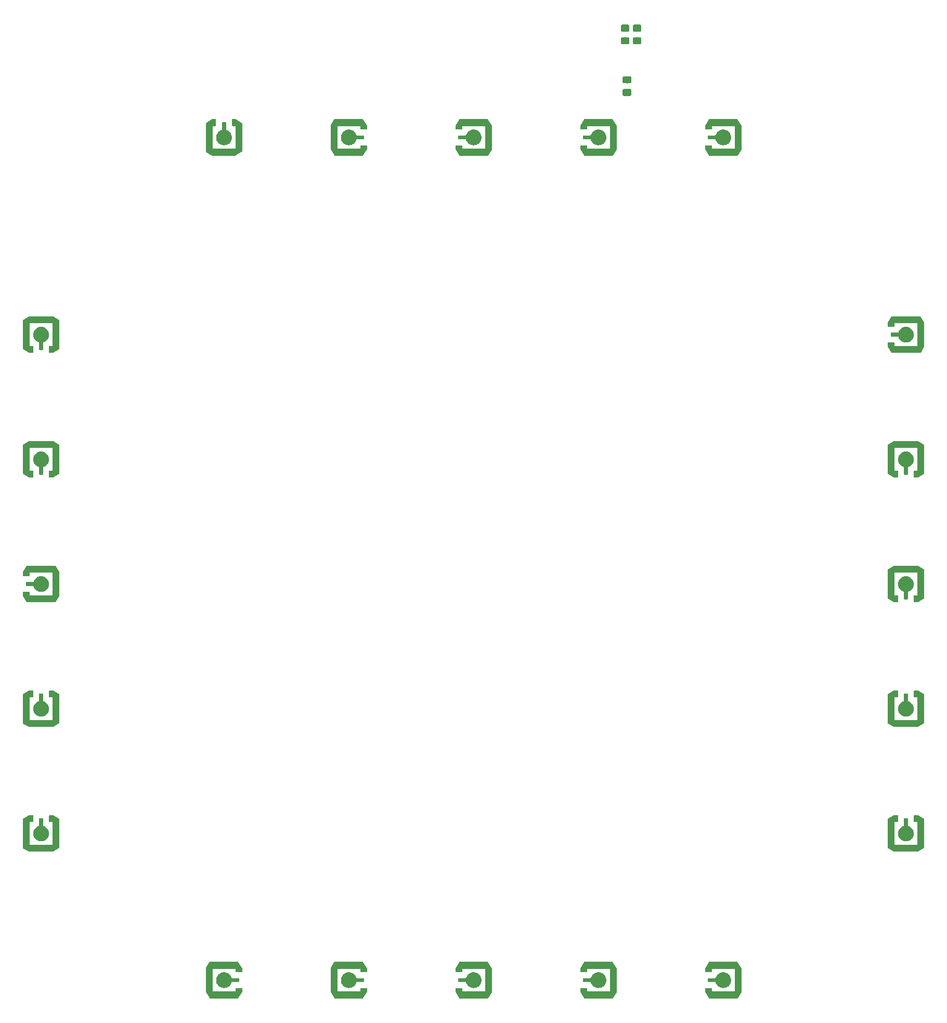
<source format=gbr>
G04 #@! TF.GenerationSoftware,KiCad,Pcbnew,(5.1.4-0-10_14)*
G04 #@! TF.CreationDate,2019-10-28T10:16:14+01:00*
G04 #@! TF.ProjectId,Buttons_DDI,42757474-6f6e-4735-9f44-44492e6b6963,rev?*
G04 #@! TF.SameCoordinates,Original*
G04 #@! TF.FileFunction,Paste,Top*
G04 #@! TF.FilePolarity,Positive*
%FSLAX46Y46*%
G04 Gerber Fmt 4.6, Leading zero omitted, Abs format (unit mm)*
G04 Created by KiCad (PCBNEW (5.1.4-0-10_14)) date 2019-10-28 10:16:14*
%MOMM*%
%LPD*%
G04 APERTURE LIST*
%ADD10C,0.608000*%
%ADD11C,0.100000*%
%ADD12C,0.640000*%
%ADD13C,1.150000*%
G04 APERTURE END LIST*
D10*
X78442000Y-29240000D03*
D11*
G36*
X78342632Y-27870841D02*
G01*
X78356701Y-27875109D01*
X78369668Y-27882040D01*
X78381033Y-27891367D01*
X78392312Y-27905813D01*
X79001912Y-28921813D01*
X79008204Y-28935101D01*
X79011783Y-28949361D01*
X79012600Y-28960400D01*
X79012600Y-29468400D01*
X79011159Y-29483032D01*
X79006891Y-29497101D01*
X78999960Y-29510068D01*
X78990633Y-29521433D01*
X78987000Y-29524415D01*
X78987000Y-29544000D01*
X77897000Y-29544000D01*
X77897000Y-28984600D01*
X74186600Y-28984600D01*
X74186600Y-32695400D01*
X77897400Y-32695400D01*
X77897400Y-32211600D01*
X77898841Y-32196968D01*
X77903109Y-32182899D01*
X77910040Y-32169932D01*
X77919367Y-32158567D01*
X77930732Y-32149240D01*
X77943699Y-32142309D01*
X77957768Y-32138041D01*
X77972400Y-32136600D01*
X78937600Y-32136600D01*
X78952232Y-32138041D01*
X78966301Y-32142309D01*
X78979268Y-32149240D01*
X78990633Y-32158567D01*
X78999960Y-32169932D01*
X79006891Y-32182899D01*
X79011159Y-32196968D01*
X79012600Y-32211600D01*
X79012600Y-32719600D01*
X79011159Y-32734232D01*
X79006891Y-32748301D01*
X79001912Y-32758187D01*
X78392312Y-33774187D01*
X78383548Y-33785992D01*
X78372650Y-33795861D01*
X78360036Y-33803414D01*
X78346190Y-33808361D01*
X78328000Y-33810600D01*
X73756000Y-33810600D01*
X73741368Y-33809159D01*
X73727299Y-33804891D01*
X73714332Y-33797960D01*
X73702967Y-33788633D01*
X73691688Y-33774187D01*
X73082088Y-32758187D01*
X73075796Y-32744899D01*
X73072217Y-32730639D01*
X73071400Y-32719600D01*
X73071400Y-28909600D01*
X73072841Y-28894968D01*
X73077109Y-28880899D01*
X73081493Y-28872022D01*
X73640293Y-27906822D01*
X73648871Y-27894882D01*
X73659614Y-27884844D01*
X73672109Y-27877095D01*
X73685875Y-27871932D01*
X73705200Y-27869400D01*
X78328000Y-27869400D01*
X78342632Y-27870841D01*
X78342632Y-27870841D01*
G37*
D12*
X77292000Y-30840000D03*
D11*
G36*
X76229790Y-29574024D02*
G01*
X76352973Y-29598527D01*
X76473161Y-29634986D01*
X76589197Y-29683049D01*
X76699963Y-29742255D01*
X76804393Y-29812033D01*
X76901480Y-29891710D01*
X76990290Y-29980520D01*
X77069967Y-30077607D01*
X77139745Y-30182037D01*
X77198951Y-30292803D01*
X77247014Y-30408839D01*
X77278005Y-30511000D01*
X78455000Y-30511000D01*
X78455493Y-30511003D01*
X78455524Y-30511002D01*
X78455555Y-30511004D01*
X78456047Y-30511007D01*
X78459511Y-30511225D01*
X78462840Y-30511411D01*
X78463093Y-30511450D01*
X78463360Y-30511467D01*
X78466753Y-30512017D01*
X78469251Y-30512403D01*
X78469632Y-30512441D01*
X78469777Y-30512485D01*
X78470081Y-30512532D01*
X78470335Y-30512597D01*
X78470593Y-30512639D01*
X78473856Y-30513501D01*
X78477178Y-30514354D01*
X78477428Y-30514445D01*
X78477678Y-30514511D01*
X78480821Y-30515680D01*
X78483389Y-30516614D01*
X78483701Y-30516709D01*
X78483812Y-30516768D01*
X78484064Y-30516860D01*
X78484304Y-30516975D01*
X78484546Y-30517065D01*
X78487567Y-30518538D01*
X78490618Y-30520000D01*
X78517000Y-30520000D01*
X78517000Y-30543859D01*
X78517243Y-30544189D01*
X78517360Y-30544332D01*
X78517391Y-30544391D01*
X78517469Y-30544496D01*
X78517604Y-30544722D01*
X78517757Y-30544933D01*
X78519470Y-30547853D01*
X78521221Y-30550790D01*
X78521333Y-30551028D01*
X78521465Y-30551253D01*
X78522890Y-30554336D01*
X78524233Y-30557190D01*
X78524291Y-30557299D01*
X78524304Y-30557341D01*
X78524341Y-30557420D01*
X78524429Y-30557666D01*
X78524539Y-30557905D01*
X78525675Y-30561165D01*
X78526799Y-30564323D01*
X78526861Y-30564571D01*
X78526949Y-30564824D01*
X78527760Y-30568175D01*
X78528542Y-30571313D01*
X78528559Y-30571368D01*
X78528561Y-30571388D01*
X78528572Y-30571432D01*
X78528610Y-30571690D01*
X78528672Y-30571946D01*
X78529143Y-30575302D01*
X78529642Y-30578681D01*
X78529655Y-30578947D01*
X78529691Y-30579203D01*
X78529832Y-30582565D01*
X78530000Y-30586000D01*
X78530000Y-31094000D01*
X78529997Y-31094493D01*
X78529998Y-31094524D01*
X78529996Y-31094555D01*
X78529993Y-31095047D01*
X78529775Y-31098511D01*
X78529589Y-31101840D01*
X78529550Y-31102093D01*
X78529533Y-31102360D01*
X78528983Y-31105753D01*
X78528597Y-31108251D01*
X78528559Y-31108632D01*
X78528515Y-31108777D01*
X78528468Y-31109081D01*
X78528403Y-31109335D01*
X78528361Y-31109593D01*
X78527499Y-31112856D01*
X78526646Y-31116178D01*
X78526555Y-31116428D01*
X78526489Y-31116678D01*
X78525320Y-31119821D01*
X78524386Y-31122389D01*
X78524291Y-31122701D01*
X78524232Y-31122812D01*
X78524140Y-31123064D01*
X78524025Y-31123304D01*
X78523935Y-31123546D01*
X78522462Y-31126567D01*
X78520974Y-31129672D01*
X78520837Y-31129898D01*
X78520723Y-31130132D01*
X78518918Y-31133067D01*
X78517494Y-31135417D01*
X78517360Y-31135668D01*
X78517292Y-31135751D01*
X78517178Y-31135939D01*
X78517026Y-31136142D01*
X78517000Y-31136184D01*
X78517000Y-31160000D01*
X78490581Y-31160000D01*
X78490210Y-31160221D01*
X78489972Y-31160333D01*
X78489747Y-31160465D01*
X78486664Y-31161890D01*
X78483810Y-31163233D01*
X78483701Y-31163291D01*
X78483659Y-31163304D01*
X78483580Y-31163341D01*
X78483334Y-31163429D01*
X78483095Y-31163539D01*
X78479835Y-31164675D01*
X78476677Y-31165799D01*
X78476429Y-31165861D01*
X78476176Y-31165949D01*
X78472825Y-31166760D01*
X78469687Y-31167542D01*
X78469632Y-31167559D01*
X78469612Y-31167561D01*
X78469568Y-31167572D01*
X78469310Y-31167610D01*
X78469054Y-31167672D01*
X78465698Y-31168143D01*
X78462319Y-31168642D01*
X78462053Y-31168655D01*
X78461797Y-31168691D01*
X78458435Y-31168832D01*
X78455000Y-31169000D01*
X77278005Y-31169000D01*
X77247014Y-31271161D01*
X77198951Y-31387197D01*
X77139745Y-31497963D01*
X77069967Y-31602393D01*
X76990290Y-31699480D01*
X76901480Y-31788290D01*
X76804393Y-31867967D01*
X76699963Y-31937745D01*
X76589197Y-31996951D01*
X76473161Y-32045014D01*
X76352973Y-32081473D01*
X76229790Y-32105976D01*
X76104798Y-32118286D01*
X75979202Y-32118286D01*
X75854210Y-32105976D01*
X75731027Y-32081473D01*
X75610839Y-32045014D01*
X75494803Y-31996951D01*
X75384037Y-31937745D01*
X75279607Y-31867967D01*
X75182520Y-31788290D01*
X75093710Y-31699480D01*
X75014033Y-31602393D01*
X74944255Y-31497963D01*
X74885049Y-31387197D01*
X74836986Y-31271161D01*
X74800527Y-31150973D01*
X74776024Y-31027790D01*
X74763714Y-30902798D01*
X74763714Y-30777202D01*
X74776024Y-30652210D01*
X74800527Y-30529027D01*
X74836986Y-30408839D01*
X74885049Y-30292803D01*
X74944255Y-30182037D01*
X75014033Y-30077607D01*
X75093710Y-29980520D01*
X75182520Y-29891710D01*
X75279607Y-29812033D01*
X75384037Y-29742255D01*
X75494803Y-29683049D01*
X75610839Y-29634986D01*
X75731027Y-29598527D01*
X75854210Y-29574024D01*
X75979202Y-29561714D01*
X76104798Y-29561714D01*
X76229790Y-29574024D01*
X76229790Y-29574024D01*
G37*
D10*
X27552000Y-65390000D03*
D11*
G36*
X28921159Y-65290632D02*
G01*
X28916891Y-65304701D01*
X28909960Y-65317668D01*
X28900633Y-65329033D01*
X28886187Y-65340312D01*
X27870187Y-65949912D01*
X27856899Y-65956204D01*
X27842639Y-65959783D01*
X27831600Y-65960600D01*
X27323600Y-65960600D01*
X27308968Y-65959159D01*
X27294899Y-65954891D01*
X27281932Y-65947960D01*
X27270567Y-65938633D01*
X27267585Y-65935000D01*
X27248000Y-65935000D01*
X27248000Y-64845000D01*
X27807400Y-64845000D01*
X27807400Y-61134600D01*
X24096600Y-61134600D01*
X24096600Y-64845400D01*
X24580400Y-64845400D01*
X24595032Y-64846841D01*
X24609101Y-64851109D01*
X24622068Y-64858040D01*
X24633433Y-64867367D01*
X24642760Y-64878732D01*
X24649691Y-64891699D01*
X24653959Y-64905768D01*
X24655400Y-64920400D01*
X24655400Y-65885600D01*
X24653959Y-65900232D01*
X24649691Y-65914301D01*
X24642760Y-65927268D01*
X24633433Y-65938633D01*
X24622068Y-65947960D01*
X24609101Y-65954891D01*
X24595032Y-65959159D01*
X24580400Y-65960600D01*
X24072400Y-65960600D01*
X24057768Y-65959159D01*
X24043699Y-65954891D01*
X24033813Y-65949912D01*
X23017813Y-65340312D01*
X23006008Y-65331548D01*
X22996139Y-65320650D01*
X22988586Y-65308036D01*
X22983639Y-65294190D01*
X22981400Y-65276000D01*
X22981400Y-60704000D01*
X22982841Y-60689368D01*
X22987109Y-60675299D01*
X22994040Y-60662332D01*
X23003367Y-60650967D01*
X23017813Y-60639688D01*
X24033813Y-60030088D01*
X24047101Y-60023796D01*
X24061361Y-60020217D01*
X24072400Y-60019400D01*
X27882400Y-60019400D01*
X27897032Y-60020841D01*
X27911101Y-60025109D01*
X27919978Y-60029493D01*
X28885178Y-60588293D01*
X28897118Y-60596871D01*
X28907156Y-60607614D01*
X28914905Y-60620109D01*
X28920068Y-60633875D01*
X28922600Y-60653200D01*
X28922600Y-65276000D01*
X28921159Y-65290632D01*
X28921159Y-65290632D01*
G37*
D12*
X25952000Y-64240000D03*
D11*
G36*
X27217976Y-63177790D02*
G01*
X27193473Y-63300973D01*
X27157014Y-63421161D01*
X27108951Y-63537197D01*
X27049745Y-63647963D01*
X26979967Y-63752393D01*
X26900290Y-63849480D01*
X26811480Y-63938290D01*
X26714393Y-64017967D01*
X26609963Y-64087745D01*
X26499197Y-64146951D01*
X26383161Y-64195014D01*
X26281000Y-64226005D01*
X26281000Y-65403000D01*
X26280997Y-65403493D01*
X26280998Y-65403524D01*
X26280996Y-65403555D01*
X26280993Y-65404047D01*
X26280775Y-65407511D01*
X26280589Y-65410840D01*
X26280550Y-65411093D01*
X26280533Y-65411360D01*
X26279983Y-65414753D01*
X26279597Y-65417251D01*
X26279559Y-65417632D01*
X26279515Y-65417777D01*
X26279468Y-65418081D01*
X26279403Y-65418335D01*
X26279361Y-65418593D01*
X26278499Y-65421856D01*
X26277646Y-65425178D01*
X26277555Y-65425428D01*
X26277489Y-65425678D01*
X26276320Y-65428821D01*
X26275386Y-65431389D01*
X26275291Y-65431701D01*
X26275232Y-65431812D01*
X26275140Y-65432064D01*
X26275025Y-65432304D01*
X26274935Y-65432546D01*
X26273462Y-65435567D01*
X26272000Y-65438618D01*
X26272000Y-65465000D01*
X26248141Y-65465000D01*
X26247811Y-65465243D01*
X26247668Y-65465360D01*
X26247609Y-65465391D01*
X26247504Y-65465469D01*
X26247278Y-65465604D01*
X26247067Y-65465757D01*
X26244147Y-65467470D01*
X26241210Y-65469221D01*
X26240972Y-65469333D01*
X26240747Y-65469465D01*
X26237664Y-65470890D01*
X26234810Y-65472233D01*
X26234701Y-65472291D01*
X26234659Y-65472304D01*
X26234580Y-65472341D01*
X26234334Y-65472429D01*
X26234095Y-65472539D01*
X26230835Y-65473675D01*
X26227677Y-65474799D01*
X26227429Y-65474861D01*
X26227176Y-65474949D01*
X26223825Y-65475760D01*
X26220687Y-65476542D01*
X26220632Y-65476559D01*
X26220612Y-65476561D01*
X26220568Y-65476572D01*
X26220310Y-65476610D01*
X26220054Y-65476672D01*
X26216698Y-65477143D01*
X26213319Y-65477642D01*
X26213053Y-65477655D01*
X26212797Y-65477691D01*
X26209435Y-65477832D01*
X26206000Y-65478000D01*
X25698000Y-65478000D01*
X25697507Y-65477997D01*
X25697476Y-65477998D01*
X25697445Y-65477996D01*
X25696953Y-65477993D01*
X25693489Y-65477775D01*
X25690160Y-65477589D01*
X25689907Y-65477550D01*
X25689640Y-65477533D01*
X25686247Y-65476983D01*
X25683749Y-65476597D01*
X25683368Y-65476559D01*
X25683223Y-65476515D01*
X25682919Y-65476468D01*
X25682665Y-65476403D01*
X25682407Y-65476361D01*
X25679144Y-65475499D01*
X25675822Y-65474646D01*
X25675572Y-65474555D01*
X25675322Y-65474489D01*
X25672179Y-65473320D01*
X25669611Y-65472386D01*
X25669299Y-65472291D01*
X25669188Y-65472232D01*
X25668936Y-65472140D01*
X25668696Y-65472025D01*
X25668454Y-65471935D01*
X25665433Y-65470462D01*
X25662328Y-65468974D01*
X25662102Y-65468837D01*
X25661868Y-65468723D01*
X25658933Y-65466918D01*
X25656583Y-65465494D01*
X25656332Y-65465360D01*
X25656249Y-65465292D01*
X25656061Y-65465178D01*
X25655858Y-65465026D01*
X25655816Y-65465000D01*
X25632000Y-65465000D01*
X25632000Y-65438581D01*
X25631779Y-65438210D01*
X25631667Y-65437972D01*
X25631535Y-65437747D01*
X25630110Y-65434664D01*
X25628767Y-65431810D01*
X25628709Y-65431701D01*
X25628696Y-65431659D01*
X25628659Y-65431580D01*
X25628571Y-65431334D01*
X25628461Y-65431095D01*
X25627325Y-65427835D01*
X25626201Y-65424677D01*
X25626139Y-65424429D01*
X25626051Y-65424176D01*
X25625240Y-65420825D01*
X25624458Y-65417687D01*
X25624441Y-65417632D01*
X25624439Y-65417612D01*
X25624428Y-65417568D01*
X25624390Y-65417310D01*
X25624328Y-65417054D01*
X25623857Y-65413698D01*
X25623358Y-65410319D01*
X25623345Y-65410053D01*
X25623309Y-65409797D01*
X25623168Y-65406435D01*
X25623000Y-65403000D01*
X25623000Y-64226005D01*
X25520839Y-64195014D01*
X25404803Y-64146951D01*
X25294037Y-64087745D01*
X25189607Y-64017967D01*
X25092520Y-63938290D01*
X25003710Y-63849480D01*
X24924033Y-63752393D01*
X24854255Y-63647963D01*
X24795049Y-63537197D01*
X24746986Y-63421161D01*
X24710527Y-63300973D01*
X24686024Y-63177790D01*
X24673714Y-63052798D01*
X24673714Y-62927202D01*
X24686024Y-62802210D01*
X24710527Y-62679027D01*
X24746986Y-62558839D01*
X24795049Y-62442803D01*
X24854255Y-62332037D01*
X24924033Y-62227607D01*
X25003710Y-62130520D01*
X25092520Y-62041710D01*
X25189607Y-61962033D01*
X25294037Y-61892255D01*
X25404803Y-61833049D01*
X25520839Y-61784986D01*
X25641027Y-61748527D01*
X25764210Y-61724024D01*
X25889202Y-61711714D01*
X26014798Y-61711714D01*
X26139790Y-61724024D01*
X26262973Y-61748527D01*
X26383161Y-61784986D01*
X26499197Y-61833049D01*
X26609963Y-61892255D01*
X26714393Y-61962033D01*
X26811480Y-62041710D01*
X26900290Y-62130520D01*
X26979967Y-62227607D01*
X27049745Y-62332037D01*
X27108951Y-62442803D01*
X27157014Y-62558839D01*
X27193473Y-62679027D01*
X27217976Y-62802210D01*
X27230286Y-62927202D01*
X27230286Y-63052798D01*
X27217976Y-63177790D01*
X27217976Y-63177790D01*
G37*
D10*
X27552000Y-85710000D03*
D11*
G36*
X28921159Y-85610632D02*
G01*
X28916891Y-85624701D01*
X28909960Y-85637668D01*
X28900633Y-85649033D01*
X28886187Y-85660312D01*
X27870187Y-86269912D01*
X27856899Y-86276204D01*
X27842639Y-86279783D01*
X27831600Y-86280600D01*
X27323600Y-86280600D01*
X27308968Y-86279159D01*
X27294899Y-86274891D01*
X27281932Y-86267960D01*
X27270567Y-86258633D01*
X27267585Y-86255000D01*
X27248000Y-86255000D01*
X27248000Y-85165000D01*
X27807400Y-85165000D01*
X27807400Y-81454600D01*
X24096600Y-81454600D01*
X24096600Y-85165400D01*
X24580400Y-85165400D01*
X24595032Y-85166841D01*
X24609101Y-85171109D01*
X24622068Y-85178040D01*
X24633433Y-85187367D01*
X24642760Y-85198732D01*
X24649691Y-85211699D01*
X24653959Y-85225768D01*
X24655400Y-85240400D01*
X24655400Y-86205600D01*
X24653959Y-86220232D01*
X24649691Y-86234301D01*
X24642760Y-86247268D01*
X24633433Y-86258633D01*
X24622068Y-86267960D01*
X24609101Y-86274891D01*
X24595032Y-86279159D01*
X24580400Y-86280600D01*
X24072400Y-86280600D01*
X24057768Y-86279159D01*
X24043699Y-86274891D01*
X24033813Y-86269912D01*
X23017813Y-85660312D01*
X23006008Y-85651548D01*
X22996139Y-85640650D01*
X22988586Y-85628036D01*
X22983639Y-85614190D01*
X22981400Y-85596000D01*
X22981400Y-81024000D01*
X22982841Y-81009368D01*
X22987109Y-80995299D01*
X22994040Y-80982332D01*
X23003367Y-80970967D01*
X23017813Y-80959688D01*
X24033813Y-80350088D01*
X24047101Y-80343796D01*
X24061361Y-80340217D01*
X24072400Y-80339400D01*
X27882400Y-80339400D01*
X27897032Y-80340841D01*
X27911101Y-80345109D01*
X27919978Y-80349493D01*
X28885178Y-80908293D01*
X28897118Y-80916871D01*
X28907156Y-80927614D01*
X28914905Y-80940109D01*
X28920068Y-80953875D01*
X28922600Y-80973200D01*
X28922600Y-85596000D01*
X28921159Y-85610632D01*
X28921159Y-85610632D01*
G37*
D12*
X25952000Y-84560000D03*
D11*
G36*
X27217976Y-83497790D02*
G01*
X27193473Y-83620973D01*
X27157014Y-83741161D01*
X27108951Y-83857197D01*
X27049745Y-83967963D01*
X26979967Y-84072393D01*
X26900290Y-84169480D01*
X26811480Y-84258290D01*
X26714393Y-84337967D01*
X26609963Y-84407745D01*
X26499197Y-84466951D01*
X26383161Y-84515014D01*
X26281000Y-84546005D01*
X26281000Y-85723000D01*
X26280997Y-85723493D01*
X26280998Y-85723524D01*
X26280996Y-85723555D01*
X26280993Y-85724047D01*
X26280775Y-85727511D01*
X26280589Y-85730840D01*
X26280550Y-85731093D01*
X26280533Y-85731360D01*
X26279983Y-85734753D01*
X26279597Y-85737251D01*
X26279559Y-85737632D01*
X26279515Y-85737777D01*
X26279468Y-85738081D01*
X26279403Y-85738335D01*
X26279361Y-85738593D01*
X26278499Y-85741856D01*
X26277646Y-85745178D01*
X26277555Y-85745428D01*
X26277489Y-85745678D01*
X26276320Y-85748821D01*
X26275386Y-85751389D01*
X26275291Y-85751701D01*
X26275232Y-85751812D01*
X26275140Y-85752064D01*
X26275025Y-85752304D01*
X26274935Y-85752546D01*
X26273462Y-85755567D01*
X26272000Y-85758618D01*
X26272000Y-85785000D01*
X26248141Y-85785000D01*
X26247811Y-85785243D01*
X26247668Y-85785360D01*
X26247609Y-85785391D01*
X26247504Y-85785469D01*
X26247278Y-85785604D01*
X26247067Y-85785757D01*
X26244147Y-85787470D01*
X26241210Y-85789221D01*
X26240972Y-85789333D01*
X26240747Y-85789465D01*
X26237664Y-85790890D01*
X26234810Y-85792233D01*
X26234701Y-85792291D01*
X26234659Y-85792304D01*
X26234580Y-85792341D01*
X26234334Y-85792429D01*
X26234095Y-85792539D01*
X26230835Y-85793675D01*
X26227677Y-85794799D01*
X26227429Y-85794861D01*
X26227176Y-85794949D01*
X26223825Y-85795760D01*
X26220687Y-85796542D01*
X26220632Y-85796559D01*
X26220612Y-85796561D01*
X26220568Y-85796572D01*
X26220310Y-85796610D01*
X26220054Y-85796672D01*
X26216698Y-85797143D01*
X26213319Y-85797642D01*
X26213053Y-85797655D01*
X26212797Y-85797691D01*
X26209435Y-85797832D01*
X26206000Y-85798000D01*
X25698000Y-85798000D01*
X25697507Y-85797997D01*
X25697476Y-85797998D01*
X25697445Y-85797996D01*
X25696953Y-85797993D01*
X25693489Y-85797775D01*
X25690160Y-85797589D01*
X25689907Y-85797550D01*
X25689640Y-85797533D01*
X25686247Y-85796983D01*
X25683749Y-85796597D01*
X25683368Y-85796559D01*
X25683223Y-85796515D01*
X25682919Y-85796468D01*
X25682665Y-85796403D01*
X25682407Y-85796361D01*
X25679144Y-85795499D01*
X25675822Y-85794646D01*
X25675572Y-85794555D01*
X25675322Y-85794489D01*
X25672179Y-85793320D01*
X25669611Y-85792386D01*
X25669299Y-85792291D01*
X25669188Y-85792232D01*
X25668936Y-85792140D01*
X25668696Y-85792025D01*
X25668454Y-85791935D01*
X25665433Y-85790462D01*
X25662328Y-85788974D01*
X25662102Y-85788837D01*
X25661868Y-85788723D01*
X25658933Y-85786918D01*
X25656583Y-85785494D01*
X25656332Y-85785360D01*
X25656249Y-85785292D01*
X25656061Y-85785178D01*
X25655858Y-85785026D01*
X25655816Y-85785000D01*
X25632000Y-85785000D01*
X25632000Y-85758581D01*
X25631779Y-85758210D01*
X25631667Y-85757972D01*
X25631535Y-85757747D01*
X25630110Y-85754664D01*
X25628767Y-85751810D01*
X25628709Y-85751701D01*
X25628696Y-85751659D01*
X25628659Y-85751580D01*
X25628571Y-85751334D01*
X25628461Y-85751095D01*
X25627325Y-85747835D01*
X25626201Y-85744677D01*
X25626139Y-85744429D01*
X25626051Y-85744176D01*
X25625240Y-85740825D01*
X25624458Y-85737687D01*
X25624441Y-85737632D01*
X25624439Y-85737612D01*
X25624428Y-85737568D01*
X25624390Y-85737310D01*
X25624328Y-85737054D01*
X25623857Y-85733698D01*
X25623358Y-85730319D01*
X25623345Y-85730053D01*
X25623309Y-85729797D01*
X25623168Y-85726435D01*
X25623000Y-85723000D01*
X25623000Y-84546005D01*
X25520839Y-84515014D01*
X25404803Y-84466951D01*
X25294037Y-84407745D01*
X25189607Y-84337967D01*
X25092520Y-84258290D01*
X25003710Y-84169480D01*
X24924033Y-84072393D01*
X24854255Y-83967963D01*
X24795049Y-83857197D01*
X24746986Y-83741161D01*
X24710527Y-83620973D01*
X24686024Y-83497790D01*
X24673714Y-83372798D01*
X24673714Y-83247202D01*
X24686024Y-83122210D01*
X24710527Y-82999027D01*
X24746986Y-82878839D01*
X24795049Y-82762803D01*
X24854255Y-82652037D01*
X24924033Y-82547607D01*
X25003710Y-82450520D01*
X25092520Y-82361710D01*
X25189607Y-82282033D01*
X25294037Y-82212255D01*
X25404803Y-82153049D01*
X25520839Y-82104986D01*
X25641027Y-82068527D01*
X25764210Y-82044024D01*
X25889202Y-82031714D01*
X26014798Y-82031714D01*
X26139790Y-82044024D01*
X26262973Y-82068527D01*
X26383161Y-82104986D01*
X26499197Y-82153049D01*
X26609963Y-82212255D01*
X26714393Y-82282033D01*
X26811480Y-82361710D01*
X26900290Y-82450520D01*
X26979967Y-82547607D01*
X27049745Y-82652037D01*
X27108951Y-82762803D01*
X27157014Y-82878839D01*
X27193473Y-82999027D01*
X27217976Y-83122210D01*
X27230286Y-83247202D01*
X27230286Y-83372798D01*
X27217976Y-83497790D01*
X27217976Y-83497790D01*
G37*
D10*
X23552000Y-105230000D03*
D11*
G36*
X23651368Y-106599159D02*
G01*
X23637299Y-106594891D01*
X23624332Y-106587960D01*
X23612967Y-106578633D01*
X23601688Y-106564187D01*
X22992088Y-105548187D01*
X22985796Y-105534899D01*
X22982217Y-105520639D01*
X22981400Y-105509600D01*
X22981400Y-105001600D01*
X22982841Y-104986968D01*
X22987109Y-104972899D01*
X22994040Y-104959932D01*
X23003367Y-104948567D01*
X23007000Y-104945585D01*
X23007000Y-104926000D01*
X24097000Y-104926000D01*
X24097000Y-105485400D01*
X27807400Y-105485400D01*
X27807400Y-101774600D01*
X24096600Y-101774600D01*
X24096600Y-102258400D01*
X24095159Y-102273032D01*
X24090891Y-102287101D01*
X24083960Y-102300068D01*
X24074633Y-102311433D01*
X24063268Y-102320760D01*
X24050301Y-102327691D01*
X24036232Y-102331959D01*
X24021600Y-102333400D01*
X23056400Y-102333400D01*
X23041768Y-102331959D01*
X23027699Y-102327691D01*
X23014732Y-102320760D01*
X23003367Y-102311433D01*
X22994040Y-102300068D01*
X22987109Y-102287101D01*
X22982841Y-102273032D01*
X22981400Y-102258400D01*
X22981400Y-101750400D01*
X22982841Y-101735768D01*
X22987109Y-101721699D01*
X22992088Y-101711813D01*
X23601688Y-100695813D01*
X23610452Y-100684008D01*
X23621350Y-100674139D01*
X23633964Y-100666586D01*
X23647810Y-100661639D01*
X23666000Y-100659400D01*
X28238000Y-100659400D01*
X28252632Y-100660841D01*
X28266701Y-100665109D01*
X28279668Y-100672040D01*
X28291033Y-100681367D01*
X28302312Y-100695813D01*
X28911912Y-101711813D01*
X28918204Y-101725101D01*
X28921783Y-101739361D01*
X28922600Y-101750400D01*
X28922600Y-105560400D01*
X28921159Y-105575032D01*
X28916891Y-105589101D01*
X28912507Y-105597978D01*
X28353707Y-106563178D01*
X28345129Y-106575118D01*
X28334386Y-106585156D01*
X28321891Y-106592905D01*
X28308125Y-106598068D01*
X28288800Y-106600600D01*
X23666000Y-106600600D01*
X23651368Y-106599159D01*
X23651368Y-106599159D01*
G37*
D12*
X24702000Y-103630000D03*
D11*
G36*
X25764210Y-104895976D02*
G01*
X25641027Y-104871473D01*
X25520839Y-104835014D01*
X25404803Y-104786951D01*
X25294037Y-104727745D01*
X25189607Y-104657967D01*
X25092520Y-104578290D01*
X25003710Y-104489480D01*
X24924033Y-104392393D01*
X24854255Y-104287963D01*
X24795049Y-104177197D01*
X24746986Y-104061161D01*
X24715995Y-103959000D01*
X23539000Y-103959000D01*
X23538507Y-103958997D01*
X23538476Y-103958998D01*
X23538445Y-103958996D01*
X23537953Y-103958993D01*
X23534489Y-103958775D01*
X23531160Y-103958589D01*
X23530907Y-103958550D01*
X23530640Y-103958533D01*
X23527247Y-103957983D01*
X23524749Y-103957597D01*
X23524368Y-103957559D01*
X23524223Y-103957515D01*
X23523919Y-103957468D01*
X23523665Y-103957403D01*
X23523407Y-103957361D01*
X23520144Y-103956499D01*
X23516822Y-103955646D01*
X23516572Y-103955555D01*
X23516322Y-103955489D01*
X23513179Y-103954320D01*
X23510611Y-103953386D01*
X23510299Y-103953291D01*
X23510188Y-103953232D01*
X23509936Y-103953140D01*
X23509696Y-103953025D01*
X23509454Y-103952935D01*
X23506433Y-103951462D01*
X23503382Y-103950000D01*
X23477000Y-103950000D01*
X23477000Y-103926141D01*
X23476757Y-103925811D01*
X23476640Y-103925668D01*
X23476609Y-103925609D01*
X23476531Y-103925504D01*
X23476396Y-103925278D01*
X23476243Y-103925067D01*
X23474530Y-103922147D01*
X23472779Y-103919210D01*
X23472667Y-103918972D01*
X23472535Y-103918747D01*
X23471110Y-103915664D01*
X23469767Y-103912810D01*
X23469709Y-103912701D01*
X23469696Y-103912659D01*
X23469659Y-103912580D01*
X23469571Y-103912334D01*
X23469461Y-103912095D01*
X23468325Y-103908835D01*
X23467201Y-103905677D01*
X23467139Y-103905429D01*
X23467051Y-103905176D01*
X23466240Y-103901825D01*
X23465458Y-103898687D01*
X23465441Y-103898632D01*
X23465439Y-103898612D01*
X23465428Y-103898568D01*
X23465390Y-103898310D01*
X23465328Y-103898054D01*
X23464857Y-103894698D01*
X23464358Y-103891319D01*
X23464345Y-103891053D01*
X23464309Y-103890797D01*
X23464168Y-103887435D01*
X23464000Y-103884000D01*
X23464000Y-103376000D01*
X23464003Y-103375507D01*
X23464002Y-103375476D01*
X23464004Y-103375445D01*
X23464007Y-103374953D01*
X23464225Y-103371489D01*
X23464411Y-103368160D01*
X23464450Y-103367907D01*
X23464467Y-103367640D01*
X23465017Y-103364247D01*
X23465403Y-103361749D01*
X23465441Y-103361368D01*
X23465485Y-103361223D01*
X23465532Y-103360919D01*
X23465597Y-103360665D01*
X23465639Y-103360407D01*
X23466501Y-103357144D01*
X23467354Y-103353822D01*
X23467445Y-103353572D01*
X23467511Y-103353322D01*
X23468680Y-103350179D01*
X23469614Y-103347611D01*
X23469709Y-103347299D01*
X23469768Y-103347188D01*
X23469860Y-103346936D01*
X23469975Y-103346696D01*
X23470065Y-103346454D01*
X23471538Y-103343433D01*
X23473026Y-103340328D01*
X23473163Y-103340102D01*
X23473277Y-103339868D01*
X23475082Y-103336933D01*
X23476506Y-103334583D01*
X23476640Y-103334332D01*
X23476708Y-103334249D01*
X23476822Y-103334061D01*
X23476974Y-103333858D01*
X23477000Y-103333816D01*
X23477000Y-103310000D01*
X23503419Y-103310000D01*
X23503790Y-103309779D01*
X23504028Y-103309667D01*
X23504253Y-103309535D01*
X23507336Y-103308110D01*
X23510190Y-103306767D01*
X23510299Y-103306709D01*
X23510341Y-103306696D01*
X23510420Y-103306659D01*
X23510666Y-103306571D01*
X23510905Y-103306461D01*
X23514165Y-103305325D01*
X23517323Y-103304201D01*
X23517571Y-103304139D01*
X23517824Y-103304051D01*
X23521175Y-103303240D01*
X23524313Y-103302458D01*
X23524368Y-103302441D01*
X23524388Y-103302439D01*
X23524432Y-103302428D01*
X23524690Y-103302390D01*
X23524946Y-103302328D01*
X23528302Y-103301857D01*
X23531681Y-103301358D01*
X23531947Y-103301345D01*
X23532203Y-103301309D01*
X23535565Y-103301168D01*
X23539000Y-103301000D01*
X24715995Y-103301000D01*
X24746986Y-103198839D01*
X24795049Y-103082803D01*
X24854255Y-102972037D01*
X24924033Y-102867607D01*
X25003710Y-102770520D01*
X25092520Y-102681710D01*
X25189607Y-102602033D01*
X25294037Y-102532255D01*
X25404803Y-102473049D01*
X25520839Y-102424986D01*
X25641027Y-102388527D01*
X25764210Y-102364024D01*
X25889202Y-102351714D01*
X26014798Y-102351714D01*
X26139790Y-102364024D01*
X26262973Y-102388527D01*
X26383161Y-102424986D01*
X26499197Y-102473049D01*
X26609963Y-102532255D01*
X26714393Y-102602033D01*
X26811480Y-102681710D01*
X26900290Y-102770520D01*
X26979967Y-102867607D01*
X27049745Y-102972037D01*
X27108951Y-103082803D01*
X27157014Y-103198839D01*
X27193473Y-103319027D01*
X27217976Y-103442210D01*
X27230286Y-103567202D01*
X27230286Y-103692798D01*
X27217976Y-103817790D01*
X27193473Y-103940973D01*
X27157014Y-104061161D01*
X27108951Y-104177197D01*
X27049745Y-104287963D01*
X26979967Y-104392393D01*
X26900290Y-104489480D01*
X26811480Y-104578290D01*
X26714393Y-104657967D01*
X26609963Y-104727745D01*
X26499197Y-104786951D01*
X26383161Y-104835014D01*
X26262973Y-104871473D01*
X26139790Y-104895976D01*
X26014798Y-104908286D01*
X25889202Y-104908286D01*
X25764210Y-104895976D01*
X25764210Y-104895976D01*
G37*
D10*
X24352000Y-121550000D03*
D11*
G36*
X22982841Y-121649368D02*
G01*
X22987109Y-121635299D01*
X22994040Y-121622332D01*
X23003367Y-121610967D01*
X23017813Y-121599688D01*
X24033813Y-120990088D01*
X24047101Y-120983796D01*
X24061361Y-120980217D01*
X24072400Y-120979400D01*
X24580400Y-120979400D01*
X24595032Y-120980841D01*
X24609101Y-120985109D01*
X24622068Y-120992040D01*
X24633433Y-121001367D01*
X24636415Y-121005000D01*
X24656000Y-121005000D01*
X24656000Y-122095000D01*
X24096600Y-122095000D01*
X24096600Y-125805400D01*
X27807400Y-125805400D01*
X27807400Y-122094600D01*
X27323600Y-122094600D01*
X27308968Y-122093159D01*
X27294899Y-122088891D01*
X27281932Y-122081960D01*
X27270567Y-122072633D01*
X27261240Y-122061268D01*
X27254309Y-122048301D01*
X27250041Y-122034232D01*
X27248600Y-122019600D01*
X27248600Y-121054400D01*
X27250041Y-121039768D01*
X27254309Y-121025699D01*
X27261240Y-121012732D01*
X27270567Y-121001367D01*
X27281932Y-120992040D01*
X27294899Y-120985109D01*
X27308968Y-120980841D01*
X27323600Y-120979400D01*
X27831600Y-120979400D01*
X27846232Y-120980841D01*
X27860301Y-120985109D01*
X27870187Y-120990088D01*
X28886187Y-121599688D01*
X28897992Y-121608452D01*
X28907861Y-121619350D01*
X28915414Y-121631964D01*
X28920361Y-121645810D01*
X28922600Y-121664000D01*
X28922600Y-126236000D01*
X28921159Y-126250632D01*
X28916891Y-126264701D01*
X28909960Y-126277668D01*
X28900633Y-126289033D01*
X28886187Y-126300312D01*
X27870187Y-126909912D01*
X27856899Y-126916204D01*
X27842639Y-126919783D01*
X27831600Y-126920600D01*
X24021600Y-126920600D01*
X24006968Y-126919159D01*
X23992899Y-126914891D01*
X23984022Y-126910507D01*
X23018822Y-126351707D01*
X23006882Y-126343129D01*
X22996844Y-126332386D01*
X22989095Y-126319891D01*
X22983932Y-126306125D01*
X22981400Y-126286800D01*
X22981400Y-121664000D01*
X22982841Y-121649368D01*
X22982841Y-121649368D01*
G37*
D12*
X25952000Y-122700000D03*
D11*
G36*
X24686024Y-123762210D02*
G01*
X24710527Y-123639027D01*
X24746986Y-123518839D01*
X24795049Y-123402803D01*
X24854255Y-123292037D01*
X24924033Y-123187607D01*
X25003710Y-123090520D01*
X25092520Y-123001710D01*
X25189607Y-122922033D01*
X25294037Y-122852255D01*
X25404803Y-122793049D01*
X25520839Y-122744986D01*
X25623000Y-122713995D01*
X25623000Y-121537000D01*
X25623003Y-121536507D01*
X25623002Y-121536476D01*
X25623004Y-121536445D01*
X25623007Y-121535953D01*
X25623225Y-121532489D01*
X25623411Y-121529160D01*
X25623450Y-121528907D01*
X25623467Y-121528640D01*
X25624017Y-121525247D01*
X25624403Y-121522749D01*
X25624441Y-121522368D01*
X25624485Y-121522223D01*
X25624532Y-121521919D01*
X25624597Y-121521665D01*
X25624639Y-121521407D01*
X25625501Y-121518144D01*
X25626354Y-121514822D01*
X25626445Y-121514572D01*
X25626511Y-121514322D01*
X25627680Y-121511179D01*
X25628614Y-121508611D01*
X25628709Y-121508299D01*
X25628768Y-121508188D01*
X25628860Y-121507936D01*
X25628975Y-121507696D01*
X25629065Y-121507454D01*
X25630538Y-121504433D01*
X25632000Y-121501382D01*
X25632000Y-121475000D01*
X25655859Y-121475000D01*
X25656189Y-121474757D01*
X25656332Y-121474640D01*
X25656391Y-121474609D01*
X25656496Y-121474531D01*
X25656722Y-121474396D01*
X25656933Y-121474243D01*
X25659853Y-121472530D01*
X25662790Y-121470779D01*
X25663028Y-121470667D01*
X25663253Y-121470535D01*
X25666336Y-121469110D01*
X25669190Y-121467767D01*
X25669299Y-121467709D01*
X25669341Y-121467696D01*
X25669420Y-121467659D01*
X25669666Y-121467571D01*
X25669905Y-121467461D01*
X25673165Y-121466325D01*
X25676323Y-121465201D01*
X25676571Y-121465139D01*
X25676824Y-121465051D01*
X25680175Y-121464240D01*
X25683313Y-121463458D01*
X25683368Y-121463441D01*
X25683388Y-121463439D01*
X25683432Y-121463428D01*
X25683690Y-121463390D01*
X25683946Y-121463328D01*
X25687302Y-121462857D01*
X25690681Y-121462358D01*
X25690947Y-121462345D01*
X25691203Y-121462309D01*
X25694565Y-121462168D01*
X25698000Y-121462000D01*
X26206000Y-121462000D01*
X26206493Y-121462003D01*
X26206524Y-121462002D01*
X26206555Y-121462004D01*
X26207047Y-121462007D01*
X26210511Y-121462225D01*
X26213840Y-121462411D01*
X26214093Y-121462450D01*
X26214360Y-121462467D01*
X26217753Y-121463017D01*
X26220251Y-121463403D01*
X26220632Y-121463441D01*
X26220777Y-121463485D01*
X26221081Y-121463532D01*
X26221335Y-121463597D01*
X26221593Y-121463639D01*
X26224856Y-121464501D01*
X26228178Y-121465354D01*
X26228428Y-121465445D01*
X26228678Y-121465511D01*
X26231821Y-121466680D01*
X26234389Y-121467614D01*
X26234701Y-121467709D01*
X26234812Y-121467768D01*
X26235064Y-121467860D01*
X26235304Y-121467975D01*
X26235546Y-121468065D01*
X26238567Y-121469538D01*
X26241672Y-121471026D01*
X26241898Y-121471163D01*
X26242132Y-121471277D01*
X26245067Y-121473082D01*
X26247417Y-121474506D01*
X26247668Y-121474640D01*
X26247751Y-121474708D01*
X26247939Y-121474822D01*
X26248142Y-121474974D01*
X26248184Y-121475000D01*
X26272000Y-121475000D01*
X26272000Y-121501419D01*
X26272221Y-121501790D01*
X26272333Y-121502028D01*
X26272465Y-121502253D01*
X26273890Y-121505336D01*
X26275233Y-121508190D01*
X26275291Y-121508299D01*
X26275304Y-121508341D01*
X26275341Y-121508420D01*
X26275429Y-121508666D01*
X26275539Y-121508905D01*
X26276675Y-121512165D01*
X26277799Y-121515323D01*
X26277861Y-121515571D01*
X26277949Y-121515824D01*
X26278760Y-121519175D01*
X26279542Y-121522313D01*
X26279559Y-121522368D01*
X26279561Y-121522388D01*
X26279572Y-121522432D01*
X26279610Y-121522690D01*
X26279672Y-121522946D01*
X26280143Y-121526302D01*
X26280642Y-121529681D01*
X26280655Y-121529947D01*
X26280691Y-121530203D01*
X26280832Y-121533565D01*
X26281000Y-121537000D01*
X26281000Y-122713995D01*
X26383161Y-122744986D01*
X26499197Y-122793049D01*
X26609963Y-122852255D01*
X26714393Y-122922033D01*
X26811480Y-123001710D01*
X26900290Y-123090520D01*
X26979967Y-123187607D01*
X27049745Y-123292037D01*
X27108951Y-123402803D01*
X27157014Y-123518839D01*
X27193473Y-123639027D01*
X27217976Y-123762210D01*
X27230286Y-123887202D01*
X27230286Y-124012798D01*
X27217976Y-124137790D01*
X27193473Y-124260973D01*
X27157014Y-124381161D01*
X27108951Y-124497197D01*
X27049745Y-124607963D01*
X26979967Y-124712393D01*
X26900290Y-124809480D01*
X26811480Y-124898290D01*
X26714393Y-124977967D01*
X26609963Y-125047745D01*
X26499197Y-125106951D01*
X26383161Y-125155014D01*
X26262973Y-125191473D01*
X26139790Y-125215976D01*
X26014798Y-125228286D01*
X25889202Y-125228286D01*
X25764210Y-125215976D01*
X25641027Y-125191473D01*
X25520839Y-125155014D01*
X25404803Y-125106951D01*
X25294037Y-125047745D01*
X25189607Y-124977967D01*
X25092520Y-124898290D01*
X25003710Y-124809480D01*
X24924033Y-124712393D01*
X24854255Y-124607963D01*
X24795049Y-124497197D01*
X24746986Y-124381161D01*
X24710527Y-124260973D01*
X24686024Y-124137790D01*
X24673714Y-124012798D01*
X24673714Y-123887202D01*
X24686024Y-123762210D01*
X24686024Y-123762210D01*
G37*
D10*
X24352000Y-141870000D03*
D11*
G36*
X22982841Y-141969368D02*
G01*
X22987109Y-141955299D01*
X22994040Y-141942332D01*
X23003367Y-141930967D01*
X23017813Y-141919688D01*
X24033813Y-141310088D01*
X24047101Y-141303796D01*
X24061361Y-141300217D01*
X24072400Y-141299400D01*
X24580400Y-141299400D01*
X24595032Y-141300841D01*
X24609101Y-141305109D01*
X24622068Y-141312040D01*
X24633433Y-141321367D01*
X24636415Y-141325000D01*
X24656000Y-141325000D01*
X24656000Y-142415000D01*
X24096600Y-142415000D01*
X24096600Y-146125400D01*
X27807400Y-146125400D01*
X27807400Y-142414600D01*
X27323600Y-142414600D01*
X27308968Y-142413159D01*
X27294899Y-142408891D01*
X27281932Y-142401960D01*
X27270567Y-142392633D01*
X27261240Y-142381268D01*
X27254309Y-142368301D01*
X27250041Y-142354232D01*
X27248600Y-142339600D01*
X27248600Y-141374400D01*
X27250041Y-141359768D01*
X27254309Y-141345699D01*
X27261240Y-141332732D01*
X27270567Y-141321367D01*
X27281932Y-141312040D01*
X27294899Y-141305109D01*
X27308968Y-141300841D01*
X27323600Y-141299400D01*
X27831600Y-141299400D01*
X27846232Y-141300841D01*
X27860301Y-141305109D01*
X27870187Y-141310088D01*
X28886187Y-141919688D01*
X28897992Y-141928452D01*
X28907861Y-141939350D01*
X28915414Y-141951964D01*
X28920361Y-141965810D01*
X28922600Y-141984000D01*
X28922600Y-146556000D01*
X28921159Y-146570632D01*
X28916891Y-146584701D01*
X28909960Y-146597668D01*
X28900633Y-146609033D01*
X28886187Y-146620312D01*
X27870187Y-147229912D01*
X27856899Y-147236204D01*
X27842639Y-147239783D01*
X27831600Y-147240600D01*
X24021600Y-147240600D01*
X24006968Y-147239159D01*
X23992899Y-147234891D01*
X23984022Y-147230507D01*
X23018822Y-146671707D01*
X23006882Y-146663129D01*
X22996844Y-146652386D01*
X22989095Y-146639891D01*
X22983932Y-146626125D01*
X22981400Y-146606800D01*
X22981400Y-141984000D01*
X22982841Y-141969368D01*
X22982841Y-141969368D01*
G37*
D12*
X25952000Y-143020000D03*
D11*
G36*
X24686024Y-144082210D02*
G01*
X24710527Y-143959027D01*
X24746986Y-143838839D01*
X24795049Y-143722803D01*
X24854255Y-143612037D01*
X24924033Y-143507607D01*
X25003710Y-143410520D01*
X25092520Y-143321710D01*
X25189607Y-143242033D01*
X25294037Y-143172255D01*
X25404803Y-143113049D01*
X25520839Y-143064986D01*
X25623000Y-143033995D01*
X25623000Y-141857000D01*
X25623003Y-141856507D01*
X25623002Y-141856476D01*
X25623004Y-141856445D01*
X25623007Y-141855953D01*
X25623225Y-141852489D01*
X25623411Y-141849160D01*
X25623450Y-141848907D01*
X25623467Y-141848640D01*
X25624017Y-141845247D01*
X25624403Y-141842749D01*
X25624441Y-141842368D01*
X25624485Y-141842223D01*
X25624532Y-141841919D01*
X25624597Y-141841665D01*
X25624639Y-141841407D01*
X25625501Y-141838144D01*
X25626354Y-141834822D01*
X25626445Y-141834572D01*
X25626511Y-141834322D01*
X25627680Y-141831179D01*
X25628614Y-141828611D01*
X25628709Y-141828299D01*
X25628768Y-141828188D01*
X25628860Y-141827936D01*
X25628975Y-141827696D01*
X25629065Y-141827454D01*
X25630538Y-141824433D01*
X25632000Y-141821382D01*
X25632000Y-141795000D01*
X25655859Y-141795000D01*
X25656189Y-141794757D01*
X25656332Y-141794640D01*
X25656391Y-141794609D01*
X25656496Y-141794531D01*
X25656722Y-141794396D01*
X25656933Y-141794243D01*
X25659853Y-141792530D01*
X25662790Y-141790779D01*
X25663028Y-141790667D01*
X25663253Y-141790535D01*
X25666336Y-141789110D01*
X25669190Y-141787767D01*
X25669299Y-141787709D01*
X25669341Y-141787696D01*
X25669420Y-141787659D01*
X25669666Y-141787571D01*
X25669905Y-141787461D01*
X25673165Y-141786325D01*
X25676323Y-141785201D01*
X25676571Y-141785139D01*
X25676824Y-141785051D01*
X25680175Y-141784240D01*
X25683313Y-141783458D01*
X25683368Y-141783441D01*
X25683388Y-141783439D01*
X25683432Y-141783428D01*
X25683690Y-141783390D01*
X25683946Y-141783328D01*
X25687302Y-141782857D01*
X25690681Y-141782358D01*
X25690947Y-141782345D01*
X25691203Y-141782309D01*
X25694565Y-141782168D01*
X25698000Y-141782000D01*
X26206000Y-141782000D01*
X26206493Y-141782003D01*
X26206524Y-141782002D01*
X26206555Y-141782004D01*
X26207047Y-141782007D01*
X26210511Y-141782225D01*
X26213840Y-141782411D01*
X26214093Y-141782450D01*
X26214360Y-141782467D01*
X26217753Y-141783017D01*
X26220251Y-141783403D01*
X26220632Y-141783441D01*
X26220777Y-141783485D01*
X26221081Y-141783532D01*
X26221335Y-141783597D01*
X26221593Y-141783639D01*
X26224856Y-141784501D01*
X26228178Y-141785354D01*
X26228428Y-141785445D01*
X26228678Y-141785511D01*
X26231821Y-141786680D01*
X26234389Y-141787614D01*
X26234701Y-141787709D01*
X26234812Y-141787768D01*
X26235064Y-141787860D01*
X26235304Y-141787975D01*
X26235546Y-141788065D01*
X26238567Y-141789538D01*
X26241672Y-141791026D01*
X26241898Y-141791163D01*
X26242132Y-141791277D01*
X26245067Y-141793082D01*
X26247417Y-141794506D01*
X26247668Y-141794640D01*
X26247751Y-141794708D01*
X26247939Y-141794822D01*
X26248142Y-141794974D01*
X26248184Y-141795000D01*
X26272000Y-141795000D01*
X26272000Y-141821419D01*
X26272221Y-141821790D01*
X26272333Y-141822028D01*
X26272465Y-141822253D01*
X26273890Y-141825336D01*
X26275233Y-141828190D01*
X26275291Y-141828299D01*
X26275304Y-141828341D01*
X26275341Y-141828420D01*
X26275429Y-141828666D01*
X26275539Y-141828905D01*
X26276675Y-141832165D01*
X26277799Y-141835323D01*
X26277861Y-141835571D01*
X26277949Y-141835824D01*
X26278760Y-141839175D01*
X26279542Y-141842313D01*
X26279559Y-141842368D01*
X26279561Y-141842388D01*
X26279572Y-141842432D01*
X26279610Y-141842690D01*
X26279672Y-141842946D01*
X26280143Y-141846302D01*
X26280642Y-141849681D01*
X26280655Y-141849947D01*
X26280691Y-141850203D01*
X26280832Y-141853565D01*
X26281000Y-141857000D01*
X26281000Y-143033995D01*
X26383161Y-143064986D01*
X26499197Y-143113049D01*
X26609963Y-143172255D01*
X26714393Y-143242033D01*
X26811480Y-143321710D01*
X26900290Y-143410520D01*
X26979967Y-143507607D01*
X27049745Y-143612037D01*
X27108951Y-143722803D01*
X27157014Y-143838839D01*
X27193473Y-143959027D01*
X27217976Y-144082210D01*
X27230286Y-144207202D01*
X27230286Y-144332798D01*
X27217976Y-144457790D01*
X27193473Y-144580973D01*
X27157014Y-144701161D01*
X27108951Y-144817197D01*
X27049745Y-144927963D01*
X26979967Y-145032393D01*
X26900290Y-145129480D01*
X26811480Y-145218290D01*
X26714393Y-145297967D01*
X26609963Y-145367745D01*
X26499197Y-145426951D01*
X26383161Y-145475014D01*
X26262973Y-145511473D01*
X26139790Y-145535976D01*
X26014798Y-145548286D01*
X25889202Y-145548286D01*
X25764210Y-145535976D01*
X25641027Y-145511473D01*
X25520839Y-145475014D01*
X25404803Y-145426951D01*
X25294037Y-145367745D01*
X25189607Y-145297967D01*
X25092520Y-145218290D01*
X25003710Y-145129480D01*
X24924033Y-145032393D01*
X24854255Y-144927963D01*
X24795049Y-144817197D01*
X24746986Y-144701161D01*
X24710527Y-144580973D01*
X24686024Y-144457790D01*
X24673714Y-144332798D01*
X24673714Y-144207202D01*
X24686024Y-144082210D01*
X24686024Y-144082210D01*
G37*
D10*
X58122000Y-166570000D03*
D11*
G36*
X58022632Y-165200841D02*
G01*
X58036701Y-165205109D01*
X58049668Y-165212040D01*
X58061033Y-165221367D01*
X58072312Y-165235813D01*
X58681912Y-166251813D01*
X58688204Y-166265101D01*
X58691783Y-166279361D01*
X58692600Y-166290400D01*
X58692600Y-166798400D01*
X58691159Y-166813032D01*
X58686891Y-166827101D01*
X58679960Y-166840068D01*
X58670633Y-166851433D01*
X58667000Y-166854415D01*
X58667000Y-166874000D01*
X57577000Y-166874000D01*
X57577000Y-166314600D01*
X53866600Y-166314600D01*
X53866600Y-170025400D01*
X57577400Y-170025400D01*
X57577400Y-169541600D01*
X57578841Y-169526968D01*
X57583109Y-169512899D01*
X57590040Y-169499932D01*
X57599367Y-169488567D01*
X57610732Y-169479240D01*
X57623699Y-169472309D01*
X57637768Y-169468041D01*
X57652400Y-169466600D01*
X58617600Y-169466600D01*
X58632232Y-169468041D01*
X58646301Y-169472309D01*
X58659268Y-169479240D01*
X58670633Y-169488567D01*
X58679960Y-169499932D01*
X58686891Y-169512899D01*
X58691159Y-169526968D01*
X58692600Y-169541600D01*
X58692600Y-170049600D01*
X58691159Y-170064232D01*
X58686891Y-170078301D01*
X58681912Y-170088187D01*
X58072312Y-171104187D01*
X58063548Y-171115992D01*
X58052650Y-171125861D01*
X58040036Y-171133414D01*
X58026190Y-171138361D01*
X58008000Y-171140600D01*
X53436000Y-171140600D01*
X53421368Y-171139159D01*
X53407299Y-171134891D01*
X53394332Y-171127960D01*
X53382967Y-171118633D01*
X53371688Y-171104187D01*
X52762088Y-170088187D01*
X52755796Y-170074899D01*
X52752217Y-170060639D01*
X52751400Y-170049600D01*
X52751400Y-166239600D01*
X52752841Y-166224968D01*
X52757109Y-166210899D01*
X52761493Y-166202022D01*
X53320293Y-165236822D01*
X53328871Y-165224882D01*
X53339614Y-165214844D01*
X53352109Y-165207095D01*
X53365875Y-165201932D01*
X53385200Y-165199400D01*
X58008000Y-165199400D01*
X58022632Y-165200841D01*
X58022632Y-165200841D01*
G37*
D12*
X56972000Y-168170000D03*
D11*
G36*
X55909790Y-166904024D02*
G01*
X56032973Y-166928527D01*
X56153161Y-166964986D01*
X56269197Y-167013049D01*
X56379963Y-167072255D01*
X56484393Y-167142033D01*
X56581480Y-167221710D01*
X56670290Y-167310520D01*
X56749967Y-167407607D01*
X56819745Y-167512037D01*
X56878951Y-167622803D01*
X56927014Y-167738839D01*
X56958005Y-167841000D01*
X58135000Y-167841000D01*
X58135493Y-167841003D01*
X58135524Y-167841002D01*
X58135555Y-167841004D01*
X58136047Y-167841007D01*
X58139511Y-167841225D01*
X58142840Y-167841411D01*
X58143093Y-167841450D01*
X58143360Y-167841467D01*
X58146753Y-167842017D01*
X58149251Y-167842403D01*
X58149632Y-167842441D01*
X58149777Y-167842485D01*
X58150081Y-167842532D01*
X58150335Y-167842597D01*
X58150593Y-167842639D01*
X58153856Y-167843501D01*
X58157178Y-167844354D01*
X58157428Y-167844445D01*
X58157678Y-167844511D01*
X58160821Y-167845680D01*
X58163389Y-167846614D01*
X58163701Y-167846709D01*
X58163812Y-167846768D01*
X58164064Y-167846860D01*
X58164304Y-167846975D01*
X58164546Y-167847065D01*
X58167567Y-167848538D01*
X58170618Y-167850000D01*
X58197000Y-167850000D01*
X58197000Y-167873859D01*
X58197243Y-167874189D01*
X58197360Y-167874332D01*
X58197391Y-167874391D01*
X58197469Y-167874496D01*
X58197604Y-167874722D01*
X58197757Y-167874933D01*
X58199470Y-167877853D01*
X58201221Y-167880790D01*
X58201333Y-167881028D01*
X58201465Y-167881253D01*
X58202890Y-167884336D01*
X58204233Y-167887190D01*
X58204291Y-167887299D01*
X58204304Y-167887341D01*
X58204341Y-167887420D01*
X58204429Y-167887666D01*
X58204539Y-167887905D01*
X58205675Y-167891165D01*
X58206799Y-167894323D01*
X58206861Y-167894571D01*
X58206949Y-167894824D01*
X58207760Y-167898175D01*
X58208542Y-167901313D01*
X58208559Y-167901368D01*
X58208561Y-167901388D01*
X58208572Y-167901432D01*
X58208610Y-167901690D01*
X58208672Y-167901946D01*
X58209143Y-167905302D01*
X58209642Y-167908681D01*
X58209655Y-167908947D01*
X58209691Y-167909203D01*
X58209832Y-167912565D01*
X58210000Y-167916000D01*
X58210000Y-168424000D01*
X58209997Y-168424493D01*
X58209998Y-168424524D01*
X58209996Y-168424555D01*
X58209993Y-168425047D01*
X58209775Y-168428511D01*
X58209589Y-168431840D01*
X58209550Y-168432093D01*
X58209533Y-168432360D01*
X58208983Y-168435753D01*
X58208597Y-168438251D01*
X58208559Y-168438632D01*
X58208515Y-168438777D01*
X58208468Y-168439081D01*
X58208403Y-168439335D01*
X58208361Y-168439593D01*
X58207499Y-168442856D01*
X58206646Y-168446178D01*
X58206555Y-168446428D01*
X58206489Y-168446678D01*
X58205320Y-168449821D01*
X58204386Y-168452389D01*
X58204291Y-168452701D01*
X58204232Y-168452812D01*
X58204140Y-168453064D01*
X58204025Y-168453304D01*
X58203935Y-168453546D01*
X58202462Y-168456567D01*
X58200974Y-168459672D01*
X58200837Y-168459898D01*
X58200723Y-168460132D01*
X58198918Y-168463067D01*
X58197494Y-168465417D01*
X58197360Y-168465668D01*
X58197292Y-168465751D01*
X58197178Y-168465939D01*
X58197026Y-168466142D01*
X58197000Y-168466184D01*
X58197000Y-168490000D01*
X58170581Y-168490000D01*
X58170210Y-168490221D01*
X58169972Y-168490333D01*
X58169747Y-168490465D01*
X58166664Y-168491890D01*
X58163810Y-168493233D01*
X58163701Y-168493291D01*
X58163659Y-168493304D01*
X58163580Y-168493341D01*
X58163334Y-168493429D01*
X58163095Y-168493539D01*
X58159835Y-168494675D01*
X58156677Y-168495799D01*
X58156429Y-168495861D01*
X58156176Y-168495949D01*
X58152825Y-168496760D01*
X58149687Y-168497542D01*
X58149632Y-168497559D01*
X58149612Y-168497561D01*
X58149568Y-168497572D01*
X58149310Y-168497610D01*
X58149054Y-168497672D01*
X58145698Y-168498143D01*
X58142319Y-168498642D01*
X58142053Y-168498655D01*
X58141797Y-168498691D01*
X58138435Y-168498832D01*
X58135000Y-168499000D01*
X56958005Y-168499000D01*
X56927014Y-168601161D01*
X56878951Y-168717197D01*
X56819745Y-168827963D01*
X56749967Y-168932393D01*
X56670290Y-169029480D01*
X56581480Y-169118290D01*
X56484393Y-169197967D01*
X56379963Y-169267745D01*
X56269197Y-169326951D01*
X56153161Y-169375014D01*
X56032973Y-169411473D01*
X55909790Y-169435976D01*
X55784798Y-169448286D01*
X55659202Y-169448286D01*
X55534210Y-169435976D01*
X55411027Y-169411473D01*
X55290839Y-169375014D01*
X55174803Y-169326951D01*
X55064037Y-169267745D01*
X54959607Y-169197967D01*
X54862520Y-169118290D01*
X54773710Y-169029480D01*
X54694033Y-168932393D01*
X54624255Y-168827963D01*
X54565049Y-168717197D01*
X54516986Y-168601161D01*
X54480527Y-168480973D01*
X54456024Y-168357790D01*
X54443714Y-168232798D01*
X54443714Y-168107202D01*
X54456024Y-167982210D01*
X54480527Y-167859027D01*
X54516986Y-167738839D01*
X54565049Y-167622803D01*
X54624255Y-167512037D01*
X54694033Y-167407607D01*
X54773710Y-167310520D01*
X54862520Y-167221710D01*
X54959607Y-167142033D01*
X55064037Y-167072255D01*
X55174803Y-167013049D01*
X55290839Y-166964986D01*
X55411027Y-166928527D01*
X55534210Y-166904024D01*
X55659202Y-166891714D01*
X55784798Y-166891714D01*
X55909790Y-166904024D01*
X55909790Y-166904024D01*
G37*
D10*
X78442000Y-166570000D03*
D11*
G36*
X78342632Y-165200841D02*
G01*
X78356701Y-165205109D01*
X78369668Y-165212040D01*
X78381033Y-165221367D01*
X78392312Y-165235813D01*
X79001912Y-166251813D01*
X79008204Y-166265101D01*
X79011783Y-166279361D01*
X79012600Y-166290400D01*
X79012600Y-166798400D01*
X79011159Y-166813032D01*
X79006891Y-166827101D01*
X78999960Y-166840068D01*
X78990633Y-166851433D01*
X78987000Y-166854415D01*
X78987000Y-166874000D01*
X77897000Y-166874000D01*
X77897000Y-166314600D01*
X74186600Y-166314600D01*
X74186600Y-170025400D01*
X77897400Y-170025400D01*
X77897400Y-169541600D01*
X77898841Y-169526968D01*
X77903109Y-169512899D01*
X77910040Y-169499932D01*
X77919367Y-169488567D01*
X77930732Y-169479240D01*
X77943699Y-169472309D01*
X77957768Y-169468041D01*
X77972400Y-169466600D01*
X78937600Y-169466600D01*
X78952232Y-169468041D01*
X78966301Y-169472309D01*
X78979268Y-169479240D01*
X78990633Y-169488567D01*
X78999960Y-169499932D01*
X79006891Y-169512899D01*
X79011159Y-169526968D01*
X79012600Y-169541600D01*
X79012600Y-170049600D01*
X79011159Y-170064232D01*
X79006891Y-170078301D01*
X79001912Y-170088187D01*
X78392312Y-171104187D01*
X78383548Y-171115992D01*
X78372650Y-171125861D01*
X78360036Y-171133414D01*
X78346190Y-171138361D01*
X78328000Y-171140600D01*
X73756000Y-171140600D01*
X73741368Y-171139159D01*
X73727299Y-171134891D01*
X73714332Y-171127960D01*
X73702967Y-171118633D01*
X73691688Y-171104187D01*
X73082088Y-170088187D01*
X73075796Y-170074899D01*
X73072217Y-170060639D01*
X73071400Y-170049600D01*
X73071400Y-166239600D01*
X73072841Y-166224968D01*
X73077109Y-166210899D01*
X73081493Y-166202022D01*
X73640293Y-165236822D01*
X73648871Y-165224882D01*
X73659614Y-165214844D01*
X73672109Y-165207095D01*
X73685875Y-165201932D01*
X73705200Y-165199400D01*
X78328000Y-165199400D01*
X78342632Y-165200841D01*
X78342632Y-165200841D01*
G37*
D12*
X77292000Y-168170000D03*
D11*
G36*
X76229790Y-166904024D02*
G01*
X76352973Y-166928527D01*
X76473161Y-166964986D01*
X76589197Y-167013049D01*
X76699963Y-167072255D01*
X76804393Y-167142033D01*
X76901480Y-167221710D01*
X76990290Y-167310520D01*
X77069967Y-167407607D01*
X77139745Y-167512037D01*
X77198951Y-167622803D01*
X77247014Y-167738839D01*
X77278005Y-167841000D01*
X78455000Y-167841000D01*
X78455493Y-167841003D01*
X78455524Y-167841002D01*
X78455555Y-167841004D01*
X78456047Y-167841007D01*
X78459511Y-167841225D01*
X78462840Y-167841411D01*
X78463093Y-167841450D01*
X78463360Y-167841467D01*
X78466753Y-167842017D01*
X78469251Y-167842403D01*
X78469632Y-167842441D01*
X78469777Y-167842485D01*
X78470081Y-167842532D01*
X78470335Y-167842597D01*
X78470593Y-167842639D01*
X78473856Y-167843501D01*
X78477178Y-167844354D01*
X78477428Y-167844445D01*
X78477678Y-167844511D01*
X78480821Y-167845680D01*
X78483389Y-167846614D01*
X78483701Y-167846709D01*
X78483812Y-167846768D01*
X78484064Y-167846860D01*
X78484304Y-167846975D01*
X78484546Y-167847065D01*
X78487567Y-167848538D01*
X78490618Y-167850000D01*
X78517000Y-167850000D01*
X78517000Y-167873859D01*
X78517243Y-167874189D01*
X78517360Y-167874332D01*
X78517391Y-167874391D01*
X78517469Y-167874496D01*
X78517604Y-167874722D01*
X78517757Y-167874933D01*
X78519470Y-167877853D01*
X78521221Y-167880790D01*
X78521333Y-167881028D01*
X78521465Y-167881253D01*
X78522890Y-167884336D01*
X78524233Y-167887190D01*
X78524291Y-167887299D01*
X78524304Y-167887341D01*
X78524341Y-167887420D01*
X78524429Y-167887666D01*
X78524539Y-167887905D01*
X78525675Y-167891165D01*
X78526799Y-167894323D01*
X78526861Y-167894571D01*
X78526949Y-167894824D01*
X78527760Y-167898175D01*
X78528542Y-167901313D01*
X78528559Y-167901368D01*
X78528561Y-167901388D01*
X78528572Y-167901432D01*
X78528610Y-167901690D01*
X78528672Y-167901946D01*
X78529143Y-167905302D01*
X78529642Y-167908681D01*
X78529655Y-167908947D01*
X78529691Y-167909203D01*
X78529832Y-167912565D01*
X78530000Y-167916000D01*
X78530000Y-168424000D01*
X78529997Y-168424493D01*
X78529998Y-168424524D01*
X78529996Y-168424555D01*
X78529993Y-168425047D01*
X78529775Y-168428511D01*
X78529589Y-168431840D01*
X78529550Y-168432093D01*
X78529533Y-168432360D01*
X78528983Y-168435753D01*
X78528597Y-168438251D01*
X78528559Y-168438632D01*
X78528515Y-168438777D01*
X78528468Y-168439081D01*
X78528403Y-168439335D01*
X78528361Y-168439593D01*
X78527499Y-168442856D01*
X78526646Y-168446178D01*
X78526555Y-168446428D01*
X78526489Y-168446678D01*
X78525320Y-168449821D01*
X78524386Y-168452389D01*
X78524291Y-168452701D01*
X78524232Y-168452812D01*
X78524140Y-168453064D01*
X78524025Y-168453304D01*
X78523935Y-168453546D01*
X78522462Y-168456567D01*
X78520974Y-168459672D01*
X78520837Y-168459898D01*
X78520723Y-168460132D01*
X78518918Y-168463067D01*
X78517494Y-168465417D01*
X78517360Y-168465668D01*
X78517292Y-168465751D01*
X78517178Y-168465939D01*
X78517026Y-168466142D01*
X78517000Y-168466184D01*
X78517000Y-168490000D01*
X78490581Y-168490000D01*
X78490210Y-168490221D01*
X78489972Y-168490333D01*
X78489747Y-168490465D01*
X78486664Y-168491890D01*
X78483810Y-168493233D01*
X78483701Y-168493291D01*
X78483659Y-168493304D01*
X78483580Y-168493341D01*
X78483334Y-168493429D01*
X78483095Y-168493539D01*
X78479835Y-168494675D01*
X78476677Y-168495799D01*
X78476429Y-168495861D01*
X78476176Y-168495949D01*
X78472825Y-168496760D01*
X78469687Y-168497542D01*
X78469632Y-168497559D01*
X78469612Y-168497561D01*
X78469568Y-168497572D01*
X78469310Y-168497610D01*
X78469054Y-168497672D01*
X78465698Y-168498143D01*
X78462319Y-168498642D01*
X78462053Y-168498655D01*
X78461797Y-168498691D01*
X78458435Y-168498832D01*
X78455000Y-168499000D01*
X77278005Y-168499000D01*
X77247014Y-168601161D01*
X77198951Y-168717197D01*
X77139745Y-168827963D01*
X77069967Y-168932393D01*
X76990290Y-169029480D01*
X76901480Y-169118290D01*
X76804393Y-169197967D01*
X76699963Y-169267745D01*
X76589197Y-169326951D01*
X76473161Y-169375014D01*
X76352973Y-169411473D01*
X76229790Y-169435976D01*
X76104798Y-169448286D01*
X75979202Y-169448286D01*
X75854210Y-169435976D01*
X75731027Y-169411473D01*
X75610839Y-169375014D01*
X75494803Y-169326951D01*
X75384037Y-169267745D01*
X75279607Y-169197967D01*
X75182520Y-169118290D01*
X75093710Y-169029480D01*
X75014033Y-168932393D01*
X74944255Y-168827963D01*
X74885049Y-168717197D01*
X74836986Y-168601161D01*
X74800527Y-168480973D01*
X74776024Y-168357790D01*
X74763714Y-168232798D01*
X74763714Y-168107202D01*
X74776024Y-167982210D01*
X74800527Y-167859027D01*
X74836986Y-167738839D01*
X74885049Y-167622803D01*
X74944255Y-167512037D01*
X75014033Y-167407607D01*
X75093710Y-167310520D01*
X75182520Y-167221710D01*
X75279607Y-167142033D01*
X75384037Y-167072255D01*
X75494803Y-167013049D01*
X75610839Y-166964986D01*
X75731027Y-166928527D01*
X75854210Y-166904024D01*
X75979202Y-166891714D01*
X76104798Y-166891714D01*
X76229790Y-166904024D01*
X76229790Y-166904024D01*
G37*
D10*
X93962000Y-169770000D03*
D11*
G36*
X94061368Y-171139159D02*
G01*
X94047299Y-171134891D01*
X94034332Y-171127960D01*
X94022967Y-171118633D01*
X94011688Y-171104187D01*
X93402088Y-170088187D01*
X93395796Y-170074899D01*
X93392217Y-170060639D01*
X93391400Y-170049600D01*
X93391400Y-169541600D01*
X93392841Y-169526968D01*
X93397109Y-169512899D01*
X93404040Y-169499932D01*
X93413367Y-169488567D01*
X93417000Y-169485585D01*
X93417000Y-169466000D01*
X94507000Y-169466000D01*
X94507000Y-170025400D01*
X98217400Y-170025400D01*
X98217400Y-166314600D01*
X94506600Y-166314600D01*
X94506600Y-166798400D01*
X94505159Y-166813032D01*
X94500891Y-166827101D01*
X94493960Y-166840068D01*
X94484633Y-166851433D01*
X94473268Y-166860760D01*
X94460301Y-166867691D01*
X94446232Y-166871959D01*
X94431600Y-166873400D01*
X93466400Y-166873400D01*
X93451768Y-166871959D01*
X93437699Y-166867691D01*
X93424732Y-166860760D01*
X93413367Y-166851433D01*
X93404040Y-166840068D01*
X93397109Y-166827101D01*
X93392841Y-166813032D01*
X93391400Y-166798400D01*
X93391400Y-166290400D01*
X93392841Y-166275768D01*
X93397109Y-166261699D01*
X93402088Y-166251813D01*
X94011688Y-165235813D01*
X94020452Y-165224008D01*
X94031350Y-165214139D01*
X94043964Y-165206586D01*
X94057810Y-165201639D01*
X94076000Y-165199400D01*
X98648000Y-165199400D01*
X98662632Y-165200841D01*
X98676701Y-165205109D01*
X98689668Y-165212040D01*
X98701033Y-165221367D01*
X98712312Y-165235813D01*
X99321912Y-166251813D01*
X99328204Y-166265101D01*
X99331783Y-166279361D01*
X99332600Y-166290400D01*
X99332600Y-170100400D01*
X99331159Y-170115032D01*
X99326891Y-170129101D01*
X99322507Y-170137978D01*
X98763707Y-171103178D01*
X98755129Y-171115118D01*
X98744386Y-171125156D01*
X98731891Y-171132905D01*
X98718125Y-171138068D01*
X98698800Y-171140600D01*
X94076000Y-171140600D01*
X94061368Y-171139159D01*
X94061368Y-171139159D01*
G37*
D12*
X95112000Y-168170000D03*
D11*
G36*
X96174210Y-169435976D02*
G01*
X96051027Y-169411473D01*
X95930839Y-169375014D01*
X95814803Y-169326951D01*
X95704037Y-169267745D01*
X95599607Y-169197967D01*
X95502520Y-169118290D01*
X95413710Y-169029480D01*
X95334033Y-168932393D01*
X95264255Y-168827963D01*
X95205049Y-168717197D01*
X95156986Y-168601161D01*
X95125995Y-168499000D01*
X93949000Y-168499000D01*
X93948507Y-168498997D01*
X93948476Y-168498998D01*
X93948445Y-168498996D01*
X93947953Y-168498993D01*
X93944489Y-168498775D01*
X93941160Y-168498589D01*
X93940907Y-168498550D01*
X93940640Y-168498533D01*
X93937247Y-168497983D01*
X93934749Y-168497597D01*
X93934368Y-168497559D01*
X93934223Y-168497515D01*
X93933919Y-168497468D01*
X93933665Y-168497403D01*
X93933407Y-168497361D01*
X93930144Y-168496499D01*
X93926822Y-168495646D01*
X93926572Y-168495555D01*
X93926322Y-168495489D01*
X93923179Y-168494320D01*
X93920611Y-168493386D01*
X93920299Y-168493291D01*
X93920188Y-168493232D01*
X93919936Y-168493140D01*
X93919696Y-168493025D01*
X93919454Y-168492935D01*
X93916433Y-168491462D01*
X93913382Y-168490000D01*
X93887000Y-168490000D01*
X93887000Y-168466141D01*
X93886757Y-168465811D01*
X93886640Y-168465668D01*
X93886609Y-168465609D01*
X93886531Y-168465504D01*
X93886396Y-168465278D01*
X93886243Y-168465067D01*
X93884530Y-168462147D01*
X93882779Y-168459210D01*
X93882667Y-168458972D01*
X93882535Y-168458747D01*
X93881110Y-168455664D01*
X93879767Y-168452810D01*
X93879709Y-168452701D01*
X93879696Y-168452659D01*
X93879659Y-168452580D01*
X93879571Y-168452334D01*
X93879461Y-168452095D01*
X93878325Y-168448835D01*
X93877201Y-168445677D01*
X93877139Y-168445429D01*
X93877051Y-168445176D01*
X93876240Y-168441825D01*
X93875458Y-168438687D01*
X93875441Y-168438632D01*
X93875439Y-168438612D01*
X93875428Y-168438568D01*
X93875390Y-168438310D01*
X93875328Y-168438054D01*
X93874857Y-168434698D01*
X93874358Y-168431319D01*
X93874345Y-168431053D01*
X93874309Y-168430797D01*
X93874168Y-168427435D01*
X93874000Y-168424000D01*
X93874000Y-167916000D01*
X93874003Y-167915507D01*
X93874002Y-167915476D01*
X93874004Y-167915445D01*
X93874007Y-167914953D01*
X93874225Y-167911489D01*
X93874411Y-167908160D01*
X93874450Y-167907907D01*
X93874467Y-167907640D01*
X93875017Y-167904247D01*
X93875403Y-167901749D01*
X93875441Y-167901368D01*
X93875485Y-167901223D01*
X93875532Y-167900919D01*
X93875597Y-167900665D01*
X93875639Y-167900407D01*
X93876501Y-167897144D01*
X93877354Y-167893822D01*
X93877445Y-167893572D01*
X93877511Y-167893322D01*
X93878680Y-167890179D01*
X93879614Y-167887611D01*
X93879709Y-167887299D01*
X93879768Y-167887188D01*
X93879860Y-167886936D01*
X93879975Y-167886696D01*
X93880065Y-167886454D01*
X93881538Y-167883433D01*
X93883026Y-167880328D01*
X93883163Y-167880102D01*
X93883277Y-167879868D01*
X93885082Y-167876933D01*
X93886506Y-167874583D01*
X93886640Y-167874332D01*
X93886708Y-167874249D01*
X93886822Y-167874061D01*
X93886974Y-167873858D01*
X93887000Y-167873816D01*
X93887000Y-167850000D01*
X93913419Y-167850000D01*
X93913790Y-167849779D01*
X93914028Y-167849667D01*
X93914253Y-167849535D01*
X93917336Y-167848110D01*
X93920190Y-167846767D01*
X93920299Y-167846709D01*
X93920341Y-167846696D01*
X93920420Y-167846659D01*
X93920666Y-167846571D01*
X93920905Y-167846461D01*
X93924165Y-167845325D01*
X93927323Y-167844201D01*
X93927571Y-167844139D01*
X93927824Y-167844051D01*
X93931175Y-167843240D01*
X93934313Y-167842458D01*
X93934368Y-167842441D01*
X93934388Y-167842439D01*
X93934432Y-167842428D01*
X93934690Y-167842390D01*
X93934946Y-167842328D01*
X93938302Y-167841857D01*
X93941681Y-167841358D01*
X93941947Y-167841345D01*
X93942203Y-167841309D01*
X93945565Y-167841168D01*
X93949000Y-167841000D01*
X95125995Y-167841000D01*
X95156986Y-167738839D01*
X95205049Y-167622803D01*
X95264255Y-167512037D01*
X95334033Y-167407607D01*
X95413710Y-167310520D01*
X95502520Y-167221710D01*
X95599607Y-167142033D01*
X95704037Y-167072255D01*
X95814803Y-167013049D01*
X95930839Y-166964986D01*
X96051027Y-166928527D01*
X96174210Y-166904024D01*
X96299202Y-166891714D01*
X96424798Y-166891714D01*
X96549790Y-166904024D01*
X96672973Y-166928527D01*
X96793161Y-166964986D01*
X96909197Y-167013049D01*
X97019963Y-167072255D01*
X97124393Y-167142033D01*
X97221480Y-167221710D01*
X97310290Y-167310520D01*
X97389967Y-167407607D01*
X97459745Y-167512037D01*
X97518951Y-167622803D01*
X97567014Y-167738839D01*
X97603473Y-167859027D01*
X97627976Y-167982210D01*
X97640286Y-168107202D01*
X97640286Y-168232798D01*
X97627976Y-168357790D01*
X97603473Y-168480973D01*
X97567014Y-168601161D01*
X97518951Y-168717197D01*
X97459745Y-168827963D01*
X97389967Y-168932393D01*
X97310290Y-169029480D01*
X97221480Y-169118290D01*
X97124393Y-169197967D01*
X97019963Y-169267745D01*
X96909197Y-169326951D01*
X96793161Y-169375014D01*
X96672973Y-169411473D01*
X96549790Y-169435976D01*
X96424798Y-169448286D01*
X96299202Y-169448286D01*
X96174210Y-169435976D01*
X96174210Y-169435976D01*
G37*
D10*
X114282000Y-169770000D03*
D11*
G36*
X114381368Y-171139159D02*
G01*
X114367299Y-171134891D01*
X114354332Y-171127960D01*
X114342967Y-171118633D01*
X114331688Y-171104187D01*
X113722088Y-170088187D01*
X113715796Y-170074899D01*
X113712217Y-170060639D01*
X113711400Y-170049600D01*
X113711400Y-169541600D01*
X113712841Y-169526968D01*
X113717109Y-169512899D01*
X113724040Y-169499932D01*
X113733367Y-169488567D01*
X113737000Y-169485585D01*
X113737000Y-169466000D01*
X114827000Y-169466000D01*
X114827000Y-170025400D01*
X118537400Y-170025400D01*
X118537400Y-166314600D01*
X114826600Y-166314600D01*
X114826600Y-166798400D01*
X114825159Y-166813032D01*
X114820891Y-166827101D01*
X114813960Y-166840068D01*
X114804633Y-166851433D01*
X114793268Y-166860760D01*
X114780301Y-166867691D01*
X114766232Y-166871959D01*
X114751600Y-166873400D01*
X113786400Y-166873400D01*
X113771768Y-166871959D01*
X113757699Y-166867691D01*
X113744732Y-166860760D01*
X113733367Y-166851433D01*
X113724040Y-166840068D01*
X113717109Y-166827101D01*
X113712841Y-166813032D01*
X113711400Y-166798400D01*
X113711400Y-166290400D01*
X113712841Y-166275768D01*
X113717109Y-166261699D01*
X113722088Y-166251813D01*
X114331688Y-165235813D01*
X114340452Y-165224008D01*
X114351350Y-165214139D01*
X114363964Y-165206586D01*
X114377810Y-165201639D01*
X114396000Y-165199400D01*
X118968000Y-165199400D01*
X118982632Y-165200841D01*
X118996701Y-165205109D01*
X119009668Y-165212040D01*
X119021033Y-165221367D01*
X119032312Y-165235813D01*
X119641912Y-166251813D01*
X119648204Y-166265101D01*
X119651783Y-166279361D01*
X119652600Y-166290400D01*
X119652600Y-170100400D01*
X119651159Y-170115032D01*
X119646891Y-170129101D01*
X119642507Y-170137978D01*
X119083707Y-171103178D01*
X119075129Y-171115118D01*
X119064386Y-171125156D01*
X119051891Y-171132905D01*
X119038125Y-171138068D01*
X119018800Y-171140600D01*
X114396000Y-171140600D01*
X114381368Y-171139159D01*
X114381368Y-171139159D01*
G37*
D12*
X115432000Y-168170000D03*
D11*
G36*
X116494210Y-169435976D02*
G01*
X116371027Y-169411473D01*
X116250839Y-169375014D01*
X116134803Y-169326951D01*
X116024037Y-169267745D01*
X115919607Y-169197967D01*
X115822520Y-169118290D01*
X115733710Y-169029480D01*
X115654033Y-168932393D01*
X115584255Y-168827963D01*
X115525049Y-168717197D01*
X115476986Y-168601161D01*
X115445995Y-168499000D01*
X114269000Y-168499000D01*
X114268507Y-168498997D01*
X114268476Y-168498998D01*
X114268445Y-168498996D01*
X114267953Y-168498993D01*
X114264489Y-168498775D01*
X114261160Y-168498589D01*
X114260907Y-168498550D01*
X114260640Y-168498533D01*
X114257247Y-168497983D01*
X114254749Y-168497597D01*
X114254368Y-168497559D01*
X114254223Y-168497515D01*
X114253919Y-168497468D01*
X114253665Y-168497403D01*
X114253407Y-168497361D01*
X114250144Y-168496499D01*
X114246822Y-168495646D01*
X114246572Y-168495555D01*
X114246322Y-168495489D01*
X114243179Y-168494320D01*
X114240611Y-168493386D01*
X114240299Y-168493291D01*
X114240188Y-168493232D01*
X114239936Y-168493140D01*
X114239696Y-168493025D01*
X114239454Y-168492935D01*
X114236433Y-168491462D01*
X114233382Y-168490000D01*
X114207000Y-168490000D01*
X114207000Y-168466141D01*
X114206757Y-168465811D01*
X114206640Y-168465668D01*
X114206609Y-168465609D01*
X114206531Y-168465504D01*
X114206396Y-168465278D01*
X114206243Y-168465067D01*
X114204530Y-168462147D01*
X114202779Y-168459210D01*
X114202667Y-168458972D01*
X114202535Y-168458747D01*
X114201110Y-168455664D01*
X114199767Y-168452810D01*
X114199709Y-168452701D01*
X114199696Y-168452659D01*
X114199659Y-168452580D01*
X114199571Y-168452334D01*
X114199461Y-168452095D01*
X114198325Y-168448835D01*
X114197201Y-168445677D01*
X114197139Y-168445429D01*
X114197051Y-168445176D01*
X114196240Y-168441825D01*
X114195458Y-168438687D01*
X114195441Y-168438632D01*
X114195439Y-168438612D01*
X114195428Y-168438568D01*
X114195390Y-168438310D01*
X114195328Y-168438054D01*
X114194857Y-168434698D01*
X114194358Y-168431319D01*
X114194345Y-168431053D01*
X114194309Y-168430797D01*
X114194168Y-168427435D01*
X114194000Y-168424000D01*
X114194000Y-167916000D01*
X114194003Y-167915507D01*
X114194002Y-167915476D01*
X114194004Y-167915445D01*
X114194007Y-167914953D01*
X114194225Y-167911489D01*
X114194411Y-167908160D01*
X114194450Y-167907907D01*
X114194467Y-167907640D01*
X114195017Y-167904247D01*
X114195403Y-167901749D01*
X114195441Y-167901368D01*
X114195485Y-167901223D01*
X114195532Y-167900919D01*
X114195597Y-167900665D01*
X114195639Y-167900407D01*
X114196501Y-167897144D01*
X114197354Y-167893822D01*
X114197445Y-167893572D01*
X114197511Y-167893322D01*
X114198680Y-167890179D01*
X114199614Y-167887611D01*
X114199709Y-167887299D01*
X114199768Y-167887188D01*
X114199860Y-167886936D01*
X114199975Y-167886696D01*
X114200065Y-167886454D01*
X114201538Y-167883433D01*
X114203026Y-167880328D01*
X114203163Y-167880102D01*
X114203277Y-167879868D01*
X114205082Y-167876933D01*
X114206506Y-167874583D01*
X114206640Y-167874332D01*
X114206708Y-167874249D01*
X114206822Y-167874061D01*
X114206974Y-167873858D01*
X114207000Y-167873816D01*
X114207000Y-167850000D01*
X114233419Y-167850000D01*
X114233790Y-167849779D01*
X114234028Y-167849667D01*
X114234253Y-167849535D01*
X114237336Y-167848110D01*
X114240190Y-167846767D01*
X114240299Y-167846709D01*
X114240341Y-167846696D01*
X114240420Y-167846659D01*
X114240666Y-167846571D01*
X114240905Y-167846461D01*
X114244165Y-167845325D01*
X114247323Y-167844201D01*
X114247571Y-167844139D01*
X114247824Y-167844051D01*
X114251175Y-167843240D01*
X114254313Y-167842458D01*
X114254368Y-167842441D01*
X114254388Y-167842439D01*
X114254432Y-167842428D01*
X114254690Y-167842390D01*
X114254946Y-167842328D01*
X114258302Y-167841857D01*
X114261681Y-167841358D01*
X114261947Y-167841345D01*
X114262203Y-167841309D01*
X114265565Y-167841168D01*
X114269000Y-167841000D01*
X115445995Y-167841000D01*
X115476986Y-167738839D01*
X115525049Y-167622803D01*
X115584255Y-167512037D01*
X115654033Y-167407607D01*
X115733710Y-167310520D01*
X115822520Y-167221710D01*
X115919607Y-167142033D01*
X116024037Y-167072255D01*
X116134803Y-167013049D01*
X116250839Y-166964986D01*
X116371027Y-166928527D01*
X116494210Y-166904024D01*
X116619202Y-166891714D01*
X116744798Y-166891714D01*
X116869790Y-166904024D01*
X116992973Y-166928527D01*
X117113161Y-166964986D01*
X117229197Y-167013049D01*
X117339963Y-167072255D01*
X117444393Y-167142033D01*
X117541480Y-167221710D01*
X117630290Y-167310520D01*
X117709967Y-167407607D01*
X117779745Y-167512037D01*
X117838951Y-167622803D01*
X117887014Y-167738839D01*
X117923473Y-167859027D01*
X117947976Y-167982210D01*
X117960286Y-168107202D01*
X117960286Y-168232798D01*
X117947976Y-168357790D01*
X117923473Y-168480973D01*
X117887014Y-168601161D01*
X117838951Y-168717197D01*
X117779745Y-168827963D01*
X117709967Y-168932393D01*
X117630290Y-169029480D01*
X117541480Y-169118290D01*
X117444393Y-169197967D01*
X117339963Y-169267745D01*
X117229197Y-169326951D01*
X117113161Y-169375014D01*
X116992973Y-169411473D01*
X116869790Y-169435976D01*
X116744798Y-169448286D01*
X116619202Y-169448286D01*
X116494210Y-169435976D01*
X116494210Y-169435976D01*
G37*
D10*
X134602000Y-169770000D03*
D11*
G36*
X134701368Y-171139159D02*
G01*
X134687299Y-171134891D01*
X134674332Y-171127960D01*
X134662967Y-171118633D01*
X134651688Y-171104187D01*
X134042088Y-170088187D01*
X134035796Y-170074899D01*
X134032217Y-170060639D01*
X134031400Y-170049600D01*
X134031400Y-169541600D01*
X134032841Y-169526968D01*
X134037109Y-169512899D01*
X134044040Y-169499932D01*
X134053367Y-169488567D01*
X134057000Y-169485585D01*
X134057000Y-169466000D01*
X135147000Y-169466000D01*
X135147000Y-170025400D01*
X138857400Y-170025400D01*
X138857400Y-166314600D01*
X135146600Y-166314600D01*
X135146600Y-166798400D01*
X135145159Y-166813032D01*
X135140891Y-166827101D01*
X135133960Y-166840068D01*
X135124633Y-166851433D01*
X135113268Y-166860760D01*
X135100301Y-166867691D01*
X135086232Y-166871959D01*
X135071600Y-166873400D01*
X134106400Y-166873400D01*
X134091768Y-166871959D01*
X134077699Y-166867691D01*
X134064732Y-166860760D01*
X134053367Y-166851433D01*
X134044040Y-166840068D01*
X134037109Y-166827101D01*
X134032841Y-166813032D01*
X134031400Y-166798400D01*
X134031400Y-166290400D01*
X134032841Y-166275768D01*
X134037109Y-166261699D01*
X134042088Y-166251813D01*
X134651688Y-165235813D01*
X134660452Y-165224008D01*
X134671350Y-165214139D01*
X134683964Y-165206586D01*
X134697810Y-165201639D01*
X134716000Y-165199400D01*
X139288000Y-165199400D01*
X139302632Y-165200841D01*
X139316701Y-165205109D01*
X139329668Y-165212040D01*
X139341033Y-165221367D01*
X139352312Y-165235813D01*
X139961912Y-166251813D01*
X139968204Y-166265101D01*
X139971783Y-166279361D01*
X139972600Y-166290400D01*
X139972600Y-170100400D01*
X139971159Y-170115032D01*
X139966891Y-170129101D01*
X139962507Y-170137978D01*
X139403707Y-171103178D01*
X139395129Y-171115118D01*
X139384386Y-171125156D01*
X139371891Y-171132905D01*
X139358125Y-171138068D01*
X139338800Y-171140600D01*
X134716000Y-171140600D01*
X134701368Y-171139159D01*
X134701368Y-171139159D01*
G37*
D12*
X135752000Y-168170000D03*
D11*
G36*
X136814210Y-169435976D02*
G01*
X136691027Y-169411473D01*
X136570839Y-169375014D01*
X136454803Y-169326951D01*
X136344037Y-169267745D01*
X136239607Y-169197967D01*
X136142520Y-169118290D01*
X136053710Y-169029480D01*
X135974033Y-168932393D01*
X135904255Y-168827963D01*
X135845049Y-168717197D01*
X135796986Y-168601161D01*
X135765995Y-168499000D01*
X134589000Y-168499000D01*
X134588507Y-168498997D01*
X134588476Y-168498998D01*
X134588445Y-168498996D01*
X134587953Y-168498993D01*
X134584489Y-168498775D01*
X134581160Y-168498589D01*
X134580907Y-168498550D01*
X134580640Y-168498533D01*
X134577247Y-168497983D01*
X134574749Y-168497597D01*
X134574368Y-168497559D01*
X134574223Y-168497515D01*
X134573919Y-168497468D01*
X134573665Y-168497403D01*
X134573407Y-168497361D01*
X134570144Y-168496499D01*
X134566822Y-168495646D01*
X134566572Y-168495555D01*
X134566322Y-168495489D01*
X134563179Y-168494320D01*
X134560611Y-168493386D01*
X134560299Y-168493291D01*
X134560188Y-168493232D01*
X134559936Y-168493140D01*
X134559696Y-168493025D01*
X134559454Y-168492935D01*
X134556433Y-168491462D01*
X134553382Y-168490000D01*
X134527000Y-168490000D01*
X134527000Y-168466141D01*
X134526757Y-168465811D01*
X134526640Y-168465668D01*
X134526609Y-168465609D01*
X134526531Y-168465504D01*
X134526396Y-168465278D01*
X134526243Y-168465067D01*
X134524530Y-168462147D01*
X134522779Y-168459210D01*
X134522667Y-168458972D01*
X134522535Y-168458747D01*
X134521110Y-168455664D01*
X134519767Y-168452810D01*
X134519709Y-168452701D01*
X134519696Y-168452659D01*
X134519659Y-168452580D01*
X134519571Y-168452334D01*
X134519461Y-168452095D01*
X134518325Y-168448835D01*
X134517201Y-168445677D01*
X134517139Y-168445429D01*
X134517051Y-168445176D01*
X134516240Y-168441825D01*
X134515458Y-168438687D01*
X134515441Y-168438632D01*
X134515439Y-168438612D01*
X134515428Y-168438568D01*
X134515390Y-168438310D01*
X134515328Y-168438054D01*
X134514857Y-168434698D01*
X134514358Y-168431319D01*
X134514345Y-168431053D01*
X134514309Y-168430797D01*
X134514168Y-168427435D01*
X134514000Y-168424000D01*
X134514000Y-167916000D01*
X134514003Y-167915507D01*
X134514002Y-167915476D01*
X134514004Y-167915445D01*
X134514007Y-167914953D01*
X134514225Y-167911489D01*
X134514411Y-167908160D01*
X134514450Y-167907907D01*
X134514467Y-167907640D01*
X134515017Y-167904247D01*
X134515403Y-167901749D01*
X134515441Y-167901368D01*
X134515485Y-167901223D01*
X134515532Y-167900919D01*
X134515597Y-167900665D01*
X134515639Y-167900407D01*
X134516501Y-167897144D01*
X134517354Y-167893822D01*
X134517445Y-167893572D01*
X134517511Y-167893322D01*
X134518680Y-167890179D01*
X134519614Y-167887611D01*
X134519709Y-167887299D01*
X134519768Y-167887188D01*
X134519860Y-167886936D01*
X134519975Y-167886696D01*
X134520065Y-167886454D01*
X134521538Y-167883433D01*
X134523026Y-167880328D01*
X134523163Y-167880102D01*
X134523277Y-167879868D01*
X134525082Y-167876933D01*
X134526506Y-167874583D01*
X134526640Y-167874332D01*
X134526708Y-167874249D01*
X134526822Y-167874061D01*
X134526974Y-167873858D01*
X134527000Y-167873816D01*
X134527000Y-167850000D01*
X134553419Y-167850000D01*
X134553790Y-167849779D01*
X134554028Y-167849667D01*
X134554253Y-167849535D01*
X134557336Y-167848110D01*
X134560190Y-167846767D01*
X134560299Y-167846709D01*
X134560341Y-167846696D01*
X134560420Y-167846659D01*
X134560666Y-167846571D01*
X134560905Y-167846461D01*
X134564165Y-167845325D01*
X134567323Y-167844201D01*
X134567571Y-167844139D01*
X134567824Y-167844051D01*
X134571175Y-167843240D01*
X134574313Y-167842458D01*
X134574368Y-167842441D01*
X134574388Y-167842439D01*
X134574432Y-167842428D01*
X134574690Y-167842390D01*
X134574946Y-167842328D01*
X134578302Y-167841857D01*
X134581681Y-167841358D01*
X134581947Y-167841345D01*
X134582203Y-167841309D01*
X134585565Y-167841168D01*
X134589000Y-167841000D01*
X135765995Y-167841000D01*
X135796986Y-167738839D01*
X135845049Y-167622803D01*
X135904255Y-167512037D01*
X135974033Y-167407607D01*
X136053710Y-167310520D01*
X136142520Y-167221710D01*
X136239607Y-167142033D01*
X136344037Y-167072255D01*
X136454803Y-167013049D01*
X136570839Y-166964986D01*
X136691027Y-166928527D01*
X136814210Y-166904024D01*
X136939202Y-166891714D01*
X137064798Y-166891714D01*
X137189790Y-166904024D01*
X137312973Y-166928527D01*
X137433161Y-166964986D01*
X137549197Y-167013049D01*
X137659963Y-167072255D01*
X137764393Y-167142033D01*
X137861480Y-167221710D01*
X137950290Y-167310520D01*
X138029967Y-167407607D01*
X138099745Y-167512037D01*
X138158951Y-167622803D01*
X138207014Y-167738839D01*
X138243473Y-167859027D01*
X138267976Y-167982210D01*
X138280286Y-168107202D01*
X138280286Y-168232798D01*
X138267976Y-168357790D01*
X138243473Y-168480973D01*
X138207014Y-168601161D01*
X138158951Y-168717197D01*
X138099745Y-168827963D01*
X138029967Y-168932393D01*
X137950290Y-169029480D01*
X137861480Y-169118290D01*
X137764393Y-169197967D01*
X137659963Y-169267745D01*
X137549197Y-169326951D01*
X137433161Y-169375014D01*
X137312973Y-169411473D01*
X137189790Y-169435976D01*
X137064798Y-169448286D01*
X136939202Y-169448286D01*
X136814210Y-169435976D01*
X136814210Y-169435976D01*
G37*
D10*
X165162000Y-141870000D03*
D11*
G36*
X163792841Y-141969368D02*
G01*
X163797109Y-141955299D01*
X163804040Y-141942332D01*
X163813367Y-141930967D01*
X163827813Y-141919688D01*
X164843813Y-141310088D01*
X164857101Y-141303796D01*
X164871361Y-141300217D01*
X164882400Y-141299400D01*
X165390400Y-141299400D01*
X165405032Y-141300841D01*
X165419101Y-141305109D01*
X165432068Y-141312040D01*
X165443433Y-141321367D01*
X165446415Y-141325000D01*
X165466000Y-141325000D01*
X165466000Y-142415000D01*
X164906600Y-142415000D01*
X164906600Y-146125400D01*
X168617400Y-146125400D01*
X168617400Y-142414600D01*
X168133600Y-142414600D01*
X168118968Y-142413159D01*
X168104899Y-142408891D01*
X168091932Y-142401960D01*
X168080567Y-142392633D01*
X168071240Y-142381268D01*
X168064309Y-142368301D01*
X168060041Y-142354232D01*
X168058600Y-142339600D01*
X168058600Y-141374400D01*
X168060041Y-141359768D01*
X168064309Y-141345699D01*
X168071240Y-141332732D01*
X168080567Y-141321367D01*
X168091932Y-141312040D01*
X168104899Y-141305109D01*
X168118968Y-141300841D01*
X168133600Y-141299400D01*
X168641600Y-141299400D01*
X168656232Y-141300841D01*
X168670301Y-141305109D01*
X168680187Y-141310088D01*
X169696187Y-141919688D01*
X169707992Y-141928452D01*
X169717861Y-141939350D01*
X169725414Y-141951964D01*
X169730361Y-141965810D01*
X169732600Y-141984000D01*
X169732600Y-146556000D01*
X169731159Y-146570632D01*
X169726891Y-146584701D01*
X169719960Y-146597668D01*
X169710633Y-146609033D01*
X169696187Y-146620312D01*
X168680187Y-147229912D01*
X168666899Y-147236204D01*
X168652639Y-147239783D01*
X168641600Y-147240600D01*
X164831600Y-147240600D01*
X164816968Y-147239159D01*
X164802899Y-147234891D01*
X164794022Y-147230507D01*
X163828822Y-146671707D01*
X163816882Y-146663129D01*
X163806844Y-146652386D01*
X163799095Y-146639891D01*
X163793932Y-146626125D01*
X163791400Y-146606800D01*
X163791400Y-141984000D01*
X163792841Y-141969368D01*
X163792841Y-141969368D01*
G37*
D12*
X166762000Y-143020000D03*
D11*
G36*
X165496024Y-144082210D02*
G01*
X165520527Y-143959027D01*
X165556986Y-143838839D01*
X165605049Y-143722803D01*
X165664255Y-143612037D01*
X165734033Y-143507607D01*
X165813710Y-143410520D01*
X165902520Y-143321710D01*
X165999607Y-143242033D01*
X166104037Y-143172255D01*
X166214803Y-143113049D01*
X166330839Y-143064986D01*
X166433000Y-143033995D01*
X166433000Y-141857000D01*
X166433003Y-141856507D01*
X166433002Y-141856476D01*
X166433004Y-141856445D01*
X166433007Y-141855953D01*
X166433225Y-141852489D01*
X166433411Y-141849160D01*
X166433450Y-141848907D01*
X166433467Y-141848640D01*
X166434017Y-141845247D01*
X166434403Y-141842749D01*
X166434441Y-141842368D01*
X166434485Y-141842223D01*
X166434532Y-141841919D01*
X166434597Y-141841665D01*
X166434639Y-141841407D01*
X166435501Y-141838144D01*
X166436354Y-141834822D01*
X166436445Y-141834572D01*
X166436511Y-141834322D01*
X166437680Y-141831179D01*
X166438614Y-141828611D01*
X166438709Y-141828299D01*
X166438768Y-141828188D01*
X166438860Y-141827936D01*
X166438975Y-141827696D01*
X166439065Y-141827454D01*
X166440538Y-141824433D01*
X166442000Y-141821382D01*
X166442000Y-141795000D01*
X166465859Y-141795000D01*
X166466189Y-141794757D01*
X166466332Y-141794640D01*
X166466391Y-141794609D01*
X166466496Y-141794531D01*
X166466722Y-141794396D01*
X166466933Y-141794243D01*
X166469853Y-141792530D01*
X166472790Y-141790779D01*
X166473028Y-141790667D01*
X166473253Y-141790535D01*
X166476336Y-141789110D01*
X166479190Y-141787767D01*
X166479299Y-141787709D01*
X166479341Y-141787696D01*
X166479420Y-141787659D01*
X166479666Y-141787571D01*
X166479905Y-141787461D01*
X166483165Y-141786325D01*
X166486323Y-141785201D01*
X166486571Y-141785139D01*
X166486824Y-141785051D01*
X166490175Y-141784240D01*
X166493313Y-141783458D01*
X166493368Y-141783441D01*
X166493388Y-141783439D01*
X166493432Y-141783428D01*
X166493690Y-141783390D01*
X166493946Y-141783328D01*
X166497302Y-141782857D01*
X166500681Y-141782358D01*
X166500947Y-141782345D01*
X166501203Y-141782309D01*
X166504565Y-141782168D01*
X166508000Y-141782000D01*
X167016000Y-141782000D01*
X167016493Y-141782003D01*
X167016524Y-141782002D01*
X167016555Y-141782004D01*
X167017047Y-141782007D01*
X167020511Y-141782225D01*
X167023840Y-141782411D01*
X167024093Y-141782450D01*
X167024360Y-141782467D01*
X167027753Y-141783017D01*
X167030251Y-141783403D01*
X167030632Y-141783441D01*
X167030777Y-141783485D01*
X167031081Y-141783532D01*
X167031335Y-141783597D01*
X167031593Y-141783639D01*
X167034856Y-141784501D01*
X167038178Y-141785354D01*
X167038428Y-141785445D01*
X167038678Y-141785511D01*
X167041821Y-141786680D01*
X167044389Y-141787614D01*
X167044701Y-141787709D01*
X167044812Y-141787768D01*
X167045064Y-141787860D01*
X167045304Y-141787975D01*
X167045546Y-141788065D01*
X167048567Y-141789538D01*
X167051672Y-141791026D01*
X167051898Y-141791163D01*
X167052132Y-141791277D01*
X167055067Y-141793082D01*
X167057417Y-141794506D01*
X167057668Y-141794640D01*
X167057751Y-141794708D01*
X167057939Y-141794822D01*
X167058142Y-141794974D01*
X167058184Y-141795000D01*
X167082000Y-141795000D01*
X167082000Y-141821419D01*
X167082221Y-141821790D01*
X167082333Y-141822028D01*
X167082465Y-141822253D01*
X167083890Y-141825336D01*
X167085233Y-141828190D01*
X167085291Y-141828299D01*
X167085304Y-141828341D01*
X167085341Y-141828420D01*
X167085429Y-141828666D01*
X167085539Y-141828905D01*
X167086675Y-141832165D01*
X167087799Y-141835323D01*
X167087861Y-141835571D01*
X167087949Y-141835824D01*
X167088760Y-141839175D01*
X167089542Y-141842313D01*
X167089559Y-141842368D01*
X167089561Y-141842388D01*
X167089572Y-141842432D01*
X167089610Y-141842690D01*
X167089672Y-141842946D01*
X167090143Y-141846302D01*
X167090642Y-141849681D01*
X167090655Y-141849947D01*
X167090691Y-141850203D01*
X167090832Y-141853565D01*
X167091000Y-141857000D01*
X167091000Y-143033995D01*
X167193161Y-143064986D01*
X167309197Y-143113049D01*
X167419963Y-143172255D01*
X167524393Y-143242033D01*
X167621480Y-143321710D01*
X167710290Y-143410520D01*
X167789967Y-143507607D01*
X167859745Y-143612037D01*
X167918951Y-143722803D01*
X167967014Y-143838839D01*
X168003473Y-143959027D01*
X168027976Y-144082210D01*
X168040286Y-144207202D01*
X168040286Y-144332798D01*
X168027976Y-144457790D01*
X168003473Y-144580973D01*
X167967014Y-144701161D01*
X167918951Y-144817197D01*
X167859745Y-144927963D01*
X167789967Y-145032393D01*
X167710290Y-145129480D01*
X167621480Y-145218290D01*
X167524393Y-145297967D01*
X167419963Y-145367745D01*
X167309197Y-145426951D01*
X167193161Y-145475014D01*
X167072973Y-145511473D01*
X166949790Y-145535976D01*
X166824798Y-145548286D01*
X166699202Y-145548286D01*
X166574210Y-145535976D01*
X166451027Y-145511473D01*
X166330839Y-145475014D01*
X166214803Y-145426951D01*
X166104037Y-145367745D01*
X165999607Y-145297967D01*
X165902520Y-145218290D01*
X165813710Y-145129480D01*
X165734033Y-145032393D01*
X165664255Y-144927963D01*
X165605049Y-144817197D01*
X165556986Y-144701161D01*
X165520527Y-144580973D01*
X165496024Y-144457790D01*
X165483714Y-144332798D01*
X165483714Y-144207202D01*
X165496024Y-144082210D01*
X165496024Y-144082210D01*
G37*
D10*
X165162000Y-121550000D03*
D11*
G36*
X163792841Y-121649368D02*
G01*
X163797109Y-121635299D01*
X163804040Y-121622332D01*
X163813367Y-121610967D01*
X163827813Y-121599688D01*
X164843813Y-120990088D01*
X164857101Y-120983796D01*
X164871361Y-120980217D01*
X164882400Y-120979400D01*
X165390400Y-120979400D01*
X165405032Y-120980841D01*
X165419101Y-120985109D01*
X165432068Y-120992040D01*
X165443433Y-121001367D01*
X165446415Y-121005000D01*
X165466000Y-121005000D01*
X165466000Y-122095000D01*
X164906600Y-122095000D01*
X164906600Y-125805400D01*
X168617400Y-125805400D01*
X168617400Y-122094600D01*
X168133600Y-122094600D01*
X168118968Y-122093159D01*
X168104899Y-122088891D01*
X168091932Y-122081960D01*
X168080567Y-122072633D01*
X168071240Y-122061268D01*
X168064309Y-122048301D01*
X168060041Y-122034232D01*
X168058600Y-122019600D01*
X168058600Y-121054400D01*
X168060041Y-121039768D01*
X168064309Y-121025699D01*
X168071240Y-121012732D01*
X168080567Y-121001367D01*
X168091932Y-120992040D01*
X168104899Y-120985109D01*
X168118968Y-120980841D01*
X168133600Y-120979400D01*
X168641600Y-120979400D01*
X168656232Y-120980841D01*
X168670301Y-120985109D01*
X168680187Y-120990088D01*
X169696187Y-121599688D01*
X169707992Y-121608452D01*
X169717861Y-121619350D01*
X169725414Y-121631964D01*
X169730361Y-121645810D01*
X169732600Y-121664000D01*
X169732600Y-126236000D01*
X169731159Y-126250632D01*
X169726891Y-126264701D01*
X169719960Y-126277668D01*
X169710633Y-126289033D01*
X169696187Y-126300312D01*
X168680187Y-126909912D01*
X168666899Y-126916204D01*
X168652639Y-126919783D01*
X168641600Y-126920600D01*
X164831600Y-126920600D01*
X164816968Y-126919159D01*
X164802899Y-126914891D01*
X164794022Y-126910507D01*
X163828822Y-126351707D01*
X163816882Y-126343129D01*
X163806844Y-126332386D01*
X163799095Y-126319891D01*
X163793932Y-126306125D01*
X163791400Y-126286800D01*
X163791400Y-121664000D01*
X163792841Y-121649368D01*
X163792841Y-121649368D01*
G37*
D12*
X166762000Y-122700000D03*
D11*
G36*
X165496024Y-123762210D02*
G01*
X165520527Y-123639027D01*
X165556986Y-123518839D01*
X165605049Y-123402803D01*
X165664255Y-123292037D01*
X165734033Y-123187607D01*
X165813710Y-123090520D01*
X165902520Y-123001710D01*
X165999607Y-122922033D01*
X166104037Y-122852255D01*
X166214803Y-122793049D01*
X166330839Y-122744986D01*
X166433000Y-122713995D01*
X166433000Y-121537000D01*
X166433003Y-121536507D01*
X166433002Y-121536476D01*
X166433004Y-121536445D01*
X166433007Y-121535953D01*
X166433225Y-121532489D01*
X166433411Y-121529160D01*
X166433450Y-121528907D01*
X166433467Y-121528640D01*
X166434017Y-121525247D01*
X166434403Y-121522749D01*
X166434441Y-121522368D01*
X166434485Y-121522223D01*
X166434532Y-121521919D01*
X166434597Y-121521665D01*
X166434639Y-121521407D01*
X166435501Y-121518144D01*
X166436354Y-121514822D01*
X166436445Y-121514572D01*
X166436511Y-121514322D01*
X166437680Y-121511179D01*
X166438614Y-121508611D01*
X166438709Y-121508299D01*
X166438768Y-121508188D01*
X166438860Y-121507936D01*
X166438975Y-121507696D01*
X166439065Y-121507454D01*
X166440538Y-121504433D01*
X166442000Y-121501382D01*
X166442000Y-121475000D01*
X166465859Y-121475000D01*
X166466189Y-121474757D01*
X166466332Y-121474640D01*
X166466391Y-121474609D01*
X166466496Y-121474531D01*
X166466722Y-121474396D01*
X166466933Y-121474243D01*
X166469853Y-121472530D01*
X166472790Y-121470779D01*
X166473028Y-121470667D01*
X166473253Y-121470535D01*
X166476336Y-121469110D01*
X166479190Y-121467767D01*
X166479299Y-121467709D01*
X166479341Y-121467696D01*
X166479420Y-121467659D01*
X166479666Y-121467571D01*
X166479905Y-121467461D01*
X166483165Y-121466325D01*
X166486323Y-121465201D01*
X166486571Y-121465139D01*
X166486824Y-121465051D01*
X166490175Y-121464240D01*
X166493313Y-121463458D01*
X166493368Y-121463441D01*
X166493388Y-121463439D01*
X166493432Y-121463428D01*
X166493690Y-121463390D01*
X166493946Y-121463328D01*
X166497302Y-121462857D01*
X166500681Y-121462358D01*
X166500947Y-121462345D01*
X166501203Y-121462309D01*
X166504565Y-121462168D01*
X166508000Y-121462000D01*
X167016000Y-121462000D01*
X167016493Y-121462003D01*
X167016524Y-121462002D01*
X167016555Y-121462004D01*
X167017047Y-121462007D01*
X167020511Y-121462225D01*
X167023840Y-121462411D01*
X167024093Y-121462450D01*
X167024360Y-121462467D01*
X167027753Y-121463017D01*
X167030251Y-121463403D01*
X167030632Y-121463441D01*
X167030777Y-121463485D01*
X167031081Y-121463532D01*
X167031335Y-121463597D01*
X167031593Y-121463639D01*
X167034856Y-121464501D01*
X167038178Y-121465354D01*
X167038428Y-121465445D01*
X167038678Y-121465511D01*
X167041821Y-121466680D01*
X167044389Y-121467614D01*
X167044701Y-121467709D01*
X167044812Y-121467768D01*
X167045064Y-121467860D01*
X167045304Y-121467975D01*
X167045546Y-121468065D01*
X167048567Y-121469538D01*
X167051672Y-121471026D01*
X167051898Y-121471163D01*
X167052132Y-121471277D01*
X167055067Y-121473082D01*
X167057417Y-121474506D01*
X167057668Y-121474640D01*
X167057751Y-121474708D01*
X167057939Y-121474822D01*
X167058142Y-121474974D01*
X167058184Y-121475000D01*
X167082000Y-121475000D01*
X167082000Y-121501419D01*
X167082221Y-121501790D01*
X167082333Y-121502028D01*
X167082465Y-121502253D01*
X167083890Y-121505336D01*
X167085233Y-121508190D01*
X167085291Y-121508299D01*
X167085304Y-121508341D01*
X167085341Y-121508420D01*
X167085429Y-121508666D01*
X167085539Y-121508905D01*
X167086675Y-121512165D01*
X167087799Y-121515323D01*
X167087861Y-121515571D01*
X167087949Y-121515824D01*
X167088760Y-121519175D01*
X167089542Y-121522313D01*
X167089559Y-121522368D01*
X167089561Y-121522388D01*
X167089572Y-121522432D01*
X167089610Y-121522690D01*
X167089672Y-121522946D01*
X167090143Y-121526302D01*
X167090642Y-121529681D01*
X167090655Y-121529947D01*
X167090691Y-121530203D01*
X167090832Y-121533565D01*
X167091000Y-121537000D01*
X167091000Y-122713995D01*
X167193161Y-122744986D01*
X167309197Y-122793049D01*
X167419963Y-122852255D01*
X167524393Y-122922033D01*
X167621480Y-123001710D01*
X167710290Y-123090520D01*
X167789967Y-123187607D01*
X167859745Y-123292037D01*
X167918951Y-123402803D01*
X167967014Y-123518839D01*
X168003473Y-123639027D01*
X168027976Y-123762210D01*
X168040286Y-123887202D01*
X168040286Y-124012798D01*
X168027976Y-124137790D01*
X168003473Y-124260973D01*
X167967014Y-124381161D01*
X167918951Y-124497197D01*
X167859745Y-124607963D01*
X167789967Y-124712393D01*
X167710290Y-124809480D01*
X167621480Y-124898290D01*
X167524393Y-124977967D01*
X167419963Y-125047745D01*
X167309197Y-125106951D01*
X167193161Y-125155014D01*
X167072973Y-125191473D01*
X166949790Y-125215976D01*
X166824798Y-125228286D01*
X166699202Y-125228286D01*
X166574210Y-125215976D01*
X166451027Y-125191473D01*
X166330839Y-125155014D01*
X166214803Y-125106951D01*
X166104037Y-125047745D01*
X165999607Y-124977967D01*
X165902520Y-124898290D01*
X165813710Y-124809480D01*
X165734033Y-124712393D01*
X165664255Y-124607963D01*
X165605049Y-124497197D01*
X165556986Y-124381161D01*
X165520527Y-124260973D01*
X165496024Y-124137790D01*
X165483714Y-124012798D01*
X165483714Y-123887202D01*
X165496024Y-123762210D01*
X165496024Y-123762210D01*
G37*
D10*
X168362000Y-106030000D03*
D11*
G36*
X169731159Y-105930632D02*
G01*
X169726891Y-105944701D01*
X169719960Y-105957668D01*
X169710633Y-105969033D01*
X169696187Y-105980312D01*
X168680187Y-106589912D01*
X168666899Y-106596204D01*
X168652639Y-106599783D01*
X168641600Y-106600600D01*
X168133600Y-106600600D01*
X168118968Y-106599159D01*
X168104899Y-106594891D01*
X168091932Y-106587960D01*
X168080567Y-106578633D01*
X168077585Y-106575000D01*
X168058000Y-106575000D01*
X168058000Y-105485000D01*
X168617400Y-105485000D01*
X168617400Y-101774600D01*
X164906600Y-101774600D01*
X164906600Y-105485400D01*
X165390400Y-105485400D01*
X165405032Y-105486841D01*
X165419101Y-105491109D01*
X165432068Y-105498040D01*
X165443433Y-105507367D01*
X165452760Y-105518732D01*
X165459691Y-105531699D01*
X165463959Y-105545768D01*
X165465400Y-105560400D01*
X165465400Y-106525600D01*
X165463959Y-106540232D01*
X165459691Y-106554301D01*
X165452760Y-106567268D01*
X165443433Y-106578633D01*
X165432068Y-106587960D01*
X165419101Y-106594891D01*
X165405032Y-106599159D01*
X165390400Y-106600600D01*
X164882400Y-106600600D01*
X164867768Y-106599159D01*
X164853699Y-106594891D01*
X164843813Y-106589912D01*
X163827813Y-105980312D01*
X163816008Y-105971548D01*
X163806139Y-105960650D01*
X163798586Y-105948036D01*
X163793639Y-105934190D01*
X163791400Y-105916000D01*
X163791400Y-101344000D01*
X163792841Y-101329368D01*
X163797109Y-101315299D01*
X163804040Y-101302332D01*
X163813367Y-101290967D01*
X163827813Y-101279688D01*
X164843813Y-100670088D01*
X164857101Y-100663796D01*
X164871361Y-100660217D01*
X164882400Y-100659400D01*
X168692400Y-100659400D01*
X168707032Y-100660841D01*
X168721101Y-100665109D01*
X168729978Y-100669493D01*
X169695178Y-101228293D01*
X169707118Y-101236871D01*
X169717156Y-101247614D01*
X169724905Y-101260109D01*
X169730068Y-101273875D01*
X169732600Y-101293200D01*
X169732600Y-105916000D01*
X169731159Y-105930632D01*
X169731159Y-105930632D01*
G37*
D12*
X166762000Y-104880000D03*
D11*
G36*
X168027976Y-103817790D02*
G01*
X168003473Y-103940973D01*
X167967014Y-104061161D01*
X167918951Y-104177197D01*
X167859745Y-104287963D01*
X167789967Y-104392393D01*
X167710290Y-104489480D01*
X167621480Y-104578290D01*
X167524393Y-104657967D01*
X167419963Y-104727745D01*
X167309197Y-104786951D01*
X167193161Y-104835014D01*
X167091000Y-104866005D01*
X167091000Y-106043000D01*
X167090997Y-106043493D01*
X167090998Y-106043524D01*
X167090996Y-106043555D01*
X167090993Y-106044047D01*
X167090775Y-106047511D01*
X167090589Y-106050840D01*
X167090550Y-106051093D01*
X167090533Y-106051360D01*
X167089983Y-106054753D01*
X167089597Y-106057251D01*
X167089559Y-106057632D01*
X167089515Y-106057777D01*
X167089468Y-106058081D01*
X167089403Y-106058335D01*
X167089361Y-106058593D01*
X167088499Y-106061856D01*
X167087646Y-106065178D01*
X167087555Y-106065428D01*
X167087489Y-106065678D01*
X167086320Y-106068821D01*
X167085386Y-106071389D01*
X167085291Y-106071701D01*
X167085232Y-106071812D01*
X167085140Y-106072064D01*
X167085025Y-106072304D01*
X167084935Y-106072546D01*
X167083462Y-106075567D01*
X167082000Y-106078618D01*
X167082000Y-106105000D01*
X167058141Y-106105000D01*
X167057811Y-106105243D01*
X167057668Y-106105360D01*
X167057609Y-106105391D01*
X167057504Y-106105469D01*
X167057278Y-106105604D01*
X167057067Y-106105757D01*
X167054147Y-106107470D01*
X167051210Y-106109221D01*
X167050972Y-106109333D01*
X167050747Y-106109465D01*
X167047664Y-106110890D01*
X167044810Y-106112233D01*
X167044701Y-106112291D01*
X167044659Y-106112304D01*
X167044580Y-106112341D01*
X167044334Y-106112429D01*
X167044095Y-106112539D01*
X167040835Y-106113675D01*
X167037677Y-106114799D01*
X167037429Y-106114861D01*
X167037176Y-106114949D01*
X167033825Y-106115760D01*
X167030687Y-106116542D01*
X167030632Y-106116559D01*
X167030612Y-106116561D01*
X167030568Y-106116572D01*
X167030310Y-106116610D01*
X167030054Y-106116672D01*
X167026698Y-106117143D01*
X167023319Y-106117642D01*
X167023053Y-106117655D01*
X167022797Y-106117691D01*
X167019435Y-106117832D01*
X167016000Y-106118000D01*
X166508000Y-106118000D01*
X166507507Y-106117997D01*
X166507476Y-106117998D01*
X166507445Y-106117996D01*
X166506953Y-106117993D01*
X166503489Y-106117775D01*
X166500160Y-106117589D01*
X166499907Y-106117550D01*
X166499640Y-106117533D01*
X166496247Y-106116983D01*
X166493749Y-106116597D01*
X166493368Y-106116559D01*
X166493223Y-106116515D01*
X166492919Y-106116468D01*
X166492665Y-106116403D01*
X166492407Y-106116361D01*
X166489144Y-106115499D01*
X166485822Y-106114646D01*
X166485572Y-106114555D01*
X166485322Y-106114489D01*
X166482179Y-106113320D01*
X166479611Y-106112386D01*
X166479299Y-106112291D01*
X166479188Y-106112232D01*
X166478936Y-106112140D01*
X166478696Y-106112025D01*
X166478454Y-106111935D01*
X166475433Y-106110462D01*
X166472328Y-106108974D01*
X166472102Y-106108837D01*
X166471868Y-106108723D01*
X166468933Y-106106918D01*
X166466583Y-106105494D01*
X166466332Y-106105360D01*
X166466249Y-106105292D01*
X166466061Y-106105178D01*
X166465858Y-106105026D01*
X166465816Y-106105000D01*
X166442000Y-106105000D01*
X166442000Y-106078581D01*
X166441779Y-106078210D01*
X166441667Y-106077972D01*
X166441535Y-106077747D01*
X166440110Y-106074664D01*
X166438767Y-106071810D01*
X166438709Y-106071701D01*
X166438696Y-106071659D01*
X166438659Y-106071580D01*
X166438571Y-106071334D01*
X166438461Y-106071095D01*
X166437325Y-106067835D01*
X166436201Y-106064677D01*
X166436139Y-106064429D01*
X166436051Y-106064176D01*
X166435240Y-106060825D01*
X166434458Y-106057687D01*
X166434441Y-106057632D01*
X166434439Y-106057612D01*
X166434428Y-106057568D01*
X166434390Y-106057310D01*
X166434328Y-106057054D01*
X166433857Y-106053698D01*
X166433358Y-106050319D01*
X166433345Y-106050053D01*
X166433309Y-106049797D01*
X166433168Y-106046435D01*
X166433000Y-106043000D01*
X166433000Y-104866005D01*
X166330839Y-104835014D01*
X166214803Y-104786951D01*
X166104037Y-104727745D01*
X165999607Y-104657967D01*
X165902520Y-104578290D01*
X165813710Y-104489480D01*
X165734033Y-104392393D01*
X165664255Y-104287963D01*
X165605049Y-104177197D01*
X165556986Y-104061161D01*
X165520527Y-103940973D01*
X165496024Y-103817790D01*
X165483714Y-103692798D01*
X165483714Y-103567202D01*
X165496024Y-103442210D01*
X165520527Y-103319027D01*
X165556986Y-103198839D01*
X165605049Y-103082803D01*
X165664255Y-102972037D01*
X165734033Y-102867607D01*
X165813710Y-102770520D01*
X165902520Y-102681710D01*
X165999607Y-102602033D01*
X166104037Y-102532255D01*
X166214803Y-102473049D01*
X166330839Y-102424986D01*
X166451027Y-102388527D01*
X166574210Y-102364024D01*
X166699202Y-102351714D01*
X166824798Y-102351714D01*
X166949790Y-102364024D01*
X167072973Y-102388527D01*
X167193161Y-102424986D01*
X167309197Y-102473049D01*
X167419963Y-102532255D01*
X167524393Y-102602033D01*
X167621480Y-102681710D01*
X167710290Y-102770520D01*
X167789967Y-102867607D01*
X167859745Y-102972037D01*
X167918951Y-103082803D01*
X167967014Y-103198839D01*
X168003473Y-103319027D01*
X168027976Y-103442210D01*
X168040286Y-103567202D01*
X168040286Y-103692798D01*
X168027976Y-103817790D01*
X168027976Y-103817790D01*
G37*
D10*
X168362000Y-85710000D03*
D11*
G36*
X169731159Y-85610632D02*
G01*
X169726891Y-85624701D01*
X169719960Y-85637668D01*
X169710633Y-85649033D01*
X169696187Y-85660312D01*
X168680187Y-86269912D01*
X168666899Y-86276204D01*
X168652639Y-86279783D01*
X168641600Y-86280600D01*
X168133600Y-86280600D01*
X168118968Y-86279159D01*
X168104899Y-86274891D01*
X168091932Y-86267960D01*
X168080567Y-86258633D01*
X168077585Y-86255000D01*
X168058000Y-86255000D01*
X168058000Y-85165000D01*
X168617400Y-85165000D01*
X168617400Y-81454600D01*
X164906600Y-81454600D01*
X164906600Y-85165400D01*
X165390400Y-85165400D01*
X165405032Y-85166841D01*
X165419101Y-85171109D01*
X165432068Y-85178040D01*
X165443433Y-85187367D01*
X165452760Y-85198732D01*
X165459691Y-85211699D01*
X165463959Y-85225768D01*
X165465400Y-85240400D01*
X165465400Y-86205600D01*
X165463959Y-86220232D01*
X165459691Y-86234301D01*
X165452760Y-86247268D01*
X165443433Y-86258633D01*
X165432068Y-86267960D01*
X165419101Y-86274891D01*
X165405032Y-86279159D01*
X165390400Y-86280600D01*
X164882400Y-86280600D01*
X164867768Y-86279159D01*
X164853699Y-86274891D01*
X164843813Y-86269912D01*
X163827813Y-85660312D01*
X163816008Y-85651548D01*
X163806139Y-85640650D01*
X163798586Y-85628036D01*
X163793639Y-85614190D01*
X163791400Y-85596000D01*
X163791400Y-81024000D01*
X163792841Y-81009368D01*
X163797109Y-80995299D01*
X163804040Y-80982332D01*
X163813367Y-80970967D01*
X163827813Y-80959688D01*
X164843813Y-80350088D01*
X164857101Y-80343796D01*
X164871361Y-80340217D01*
X164882400Y-80339400D01*
X168692400Y-80339400D01*
X168707032Y-80340841D01*
X168721101Y-80345109D01*
X168729978Y-80349493D01*
X169695178Y-80908293D01*
X169707118Y-80916871D01*
X169717156Y-80927614D01*
X169724905Y-80940109D01*
X169730068Y-80953875D01*
X169732600Y-80973200D01*
X169732600Y-85596000D01*
X169731159Y-85610632D01*
X169731159Y-85610632D01*
G37*
D12*
X166762000Y-84560000D03*
D11*
G36*
X168027976Y-83497790D02*
G01*
X168003473Y-83620973D01*
X167967014Y-83741161D01*
X167918951Y-83857197D01*
X167859745Y-83967963D01*
X167789967Y-84072393D01*
X167710290Y-84169480D01*
X167621480Y-84258290D01*
X167524393Y-84337967D01*
X167419963Y-84407745D01*
X167309197Y-84466951D01*
X167193161Y-84515014D01*
X167091000Y-84546005D01*
X167091000Y-85723000D01*
X167090997Y-85723493D01*
X167090998Y-85723524D01*
X167090996Y-85723555D01*
X167090993Y-85724047D01*
X167090775Y-85727511D01*
X167090589Y-85730840D01*
X167090550Y-85731093D01*
X167090533Y-85731360D01*
X167089983Y-85734753D01*
X167089597Y-85737251D01*
X167089559Y-85737632D01*
X167089515Y-85737777D01*
X167089468Y-85738081D01*
X167089403Y-85738335D01*
X167089361Y-85738593D01*
X167088499Y-85741856D01*
X167087646Y-85745178D01*
X167087555Y-85745428D01*
X167087489Y-85745678D01*
X167086320Y-85748821D01*
X167085386Y-85751389D01*
X167085291Y-85751701D01*
X167085232Y-85751812D01*
X167085140Y-85752064D01*
X167085025Y-85752304D01*
X167084935Y-85752546D01*
X167083462Y-85755567D01*
X167082000Y-85758618D01*
X167082000Y-85785000D01*
X167058141Y-85785000D01*
X167057811Y-85785243D01*
X167057668Y-85785360D01*
X167057609Y-85785391D01*
X167057504Y-85785469D01*
X167057278Y-85785604D01*
X167057067Y-85785757D01*
X167054147Y-85787470D01*
X167051210Y-85789221D01*
X167050972Y-85789333D01*
X167050747Y-85789465D01*
X167047664Y-85790890D01*
X167044810Y-85792233D01*
X167044701Y-85792291D01*
X167044659Y-85792304D01*
X167044580Y-85792341D01*
X167044334Y-85792429D01*
X167044095Y-85792539D01*
X167040835Y-85793675D01*
X167037677Y-85794799D01*
X167037429Y-85794861D01*
X167037176Y-85794949D01*
X167033825Y-85795760D01*
X167030687Y-85796542D01*
X167030632Y-85796559D01*
X167030612Y-85796561D01*
X167030568Y-85796572D01*
X167030310Y-85796610D01*
X167030054Y-85796672D01*
X167026698Y-85797143D01*
X167023319Y-85797642D01*
X167023053Y-85797655D01*
X167022797Y-85797691D01*
X167019435Y-85797832D01*
X167016000Y-85798000D01*
X166508000Y-85798000D01*
X166507507Y-85797997D01*
X166507476Y-85797998D01*
X166507445Y-85797996D01*
X166506953Y-85797993D01*
X166503489Y-85797775D01*
X166500160Y-85797589D01*
X166499907Y-85797550D01*
X166499640Y-85797533D01*
X166496247Y-85796983D01*
X166493749Y-85796597D01*
X166493368Y-85796559D01*
X166493223Y-85796515D01*
X166492919Y-85796468D01*
X166492665Y-85796403D01*
X166492407Y-85796361D01*
X166489144Y-85795499D01*
X166485822Y-85794646D01*
X166485572Y-85794555D01*
X166485322Y-85794489D01*
X166482179Y-85793320D01*
X166479611Y-85792386D01*
X166479299Y-85792291D01*
X166479188Y-85792232D01*
X166478936Y-85792140D01*
X166478696Y-85792025D01*
X166478454Y-85791935D01*
X166475433Y-85790462D01*
X166472328Y-85788974D01*
X166472102Y-85788837D01*
X166471868Y-85788723D01*
X166468933Y-85786918D01*
X166466583Y-85785494D01*
X166466332Y-85785360D01*
X166466249Y-85785292D01*
X166466061Y-85785178D01*
X166465858Y-85785026D01*
X166465816Y-85785000D01*
X166442000Y-85785000D01*
X166442000Y-85758581D01*
X166441779Y-85758210D01*
X166441667Y-85757972D01*
X166441535Y-85757747D01*
X166440110Y-85754664D01*
X166438767Y-85751810D01*
X166438709Y-85751701D01*
X166438696Y-85751659D01*
X166438659Y-85751580D01*
X166438571Y-85751334D01*
X166438461Y-85751095D01*
X166437325Y-85747835D01*
X166436201Y-85744677D01*
X166436139Y-85744429D01*
X166436051Y-85744176D01*
X166435240Y-85740825D01*
X166434458Y-85737687D01*
X166434441Y-85737632D01*
X166434439Y-85737612D01*
X166434428Y-85737568D01*
X166434390Y-85737310D01*
X166434328Y-85737054D01*
X166433857Y-85733698D01*
X166433358Y-85730319D01*
X166433345Y-85730053D01*
X166433309Y-85729797D01*
X166433168Y-85726435D01*
X166433000Y-85723000D01*
X166433000Y-84546005D01*
X166330839Y-84515014D01*
X166214803Y-84466951D01*
X166104037Y-84407745D01*
X165999607Y-84337967D01*
X165902520Y-84258290D01*
X165813710Y-84169480D01*
X165734033Y-84072393D01*
X165664255Y-83967963D01*
X165605049Y-83857197D01*
X165556986Y-83741161D01*
X165520527Y-83620973D01*
X165496024Y-83497790D01*
X165483714Y-83372798D01*
X165483714Y-83247202D01*
X165496024Y-83122210D01*
X165520527Y-82999027D01*
X165556986Y-82878839D01*
X165605049Y-82762803D01*
X165664255Y-82652037D01*
X165734033Y-82547607D01*
X165813710Y-82450520D01*
X165902520Y-82361710D01*
X165999607Y-82282033D01*
X166104037Y-82212255D01*
X166214803Y-82153049D01*
X166330839Y-82104986D01*
X166451027Y-82068527D01*
X166574210Y-82044024D01*
X166699202Y-82031714D01*
X166824798Y-82031714D01*
X166949790Y-82044024D01*
X167072973Y-82068527D01*
X167193161Y-82104986D01*
X167309197Y-82153049D01*
X167419963Y-82212255D01*
X167524393Y-82282033D01*
X167621480Y-82361710D01*
X167710290Y-82450520D01*
X167789967Y-82547607D01*
X167859745Y-82652037D01*
X167918951Y-82762803D01*
X167967014Y-82878839D01*
X168003473Y-82999027D01*
X168027976Y-83122210D01*
X168040286Y-83247202D01*
X168040286Y-83372798D01*
X168027976Y-83497790D01*
X168027976Y-83497790D01*
G37*
D10*
X164362000Y-64590000D03*
D11*
G36*
X164461368Y-65959159D02*
G01*
X164447299Y-65954891D01*
X164434332Y-65947960D01*
X164422967Y-65938633D01*
X164411688Y-65924187D01*
X163802088Y-64908187D01*
X163795796Y-64894899D01*
X163792217Y-64880639D01*
X163791400Y-64869600D01*
X163791400Y-64361600D01*
X163792841Y-64346968D01*
X163797109Y-64332899D01*
X163804040Y-64319932D01*
X163813367Y-64308567D01*
X163817000Y-64305585D01*
X163817000Y-64286000D01*
X164907000Y-64286000D01*
X164907000Y-64845400D01*
X168617400Y-64845400D01*
X168617400Y-61134600D01*
X164906600Y-61134600D01*
X164906600Y-61618400D01*
X164905159Y-61633032D01*
X164900891Y-61647101D01*
X164893960Y-61660068D01*
X164884633Y-61671433D01*
X164873268Y-61680760D01*
X164860301Y-61687691D01*
X164846232Y-61691959D01*
X164831600Y-61693400D01*
X163866400Y-61693400D01*
X163851768Y-61691959D01*
X163837699Y-61687691D01*
X163824732Y-61680760D01*
X163813367Y-61671433D01*
X163804040Y-61660068D01*
X163797109Y-61647101D01*
X163792841Y-61633032D01*
X163791400Y-61618400D01*
X163791400Y-61110400D01*
X163792841Y-61095768D01*
X163797109Y-61081699D01*
X163802088Y-61071813D01*
X164411688Y-60055813D01*
X164420452Y-60044008D01*
X164431350Y-60034139D01*
X164443964Y-60026586D01*
X164457810Y-60021639D01*
X164476000Y-60019400D01*
X169048000Y-60019400D01*
X169062632Y-60020841D01*
X169076701Y-60025109D01*
X169089668Y-60032040D01*
X169101033Y-60041367D01*
X169112312Y-60055813D01*
X169721912Y-61071813D01*
X169728204Y-61085101D01*
X169731783Y-61099361D01*
X169732600Y-61110400D01*
X169732600Y-64920400D01*
X169731159Y-64935032D01*
X169726891Y-64949101D01*
X169722507Y-64957978D01*
X169163707Y-65923178D01*
X169155129Y-65935118D01*
X169144386Y-65945156D01*
X169131891Y-65952905D01*
X169118125Y-65958068D01*
X169098800Y-65960600D01*
X164476000Y-65960600D01*
X164461368Y-65959159D01*
X164461368Y-65959159D01*
G37*
D12*
X165512000Y-62990000D03*
D11*
G36*
X166574210Y-64255976D02*
G01*
X166451027Y-64231473D01*
X166330839Y-64195014D01*
X166214803Y-64146951D01*
X166104037Y-64087745D01*
X165999607Y-64017967D01*
X165902520Y-63938290D01*
X165813710Y-63849480D01*
X165734033Y-63752393D01*
X165664255Y-63647963D01*
X165605049Y-63537197D01*
X165556986Y-63421161D01*
X165525995Y-63319000D01*
X164349000Y-63319000D01*
X164348507Y-63318997D01*
X164348476Y-63318998D01*
X164348445Y-63318996D01*
X164347953Y-63318993D01*
X164344489Y-63318775D01*
X164341160Y-63318589D01*
X164340907Y-63318550D01*
X164340640Y-63318533D01*
X164337247Y-63317983D01*
X164334749Y-63317597D01*
X164334368Y-63317559D01*
X164334223Y-63317515D01*
X164333919Y-63317468D01*
X164333665Y-63317403D01*
X164333407Y-63317361D01*
X164330144Y-63316499D01*
X164326822Y-63315646D01*
X164326572Y-63315555D01*
X164326322Y-63315489D01*
X164323179Y-63314320D01*
X164320611Y-63313386D01*
X164320299Y-63313291D01*
X164320188Y-63313232D01*
X164319936Y-63313140D01*
X164319696Y-63313025D01*
X164319454Y-63312935D01*
X164316433Y-63311462D01*
X164313382Y-63310000D01*
X164287000Y-63310000D01*
X164287000Y-63286141D01*
X164286757Y-63285811D01*
X164286640Y-63285668D01*
X164286609Y-63285609D01*
X164286531Y-63285504D01*
X164286396Y-63285278D01*
X164286243Y-63285067D01*
X164284530Y-63282147D01*
X164282779Y-63279210D01*
X164282667Y-63278972D01*
X164282535Y-63278747D01*
X164281110Y-63275664D01*
X164279767Y-63272810D01*
X164279709Y-63272701D01*
X164279696Y-63272659D01*
X164279659Y-63272580D01*
X164279571Y-63272334D01*
X164279461Y-63272095D01*
X164278325Y-63268835D01*
X164277201Y-63265677D01*
X164277139Y-63265429D01*
X164277051Y-63265176D01*
X164276240Y-63261825D01*
X164275458Y-63258687D01*
X164275441Y-63258632D01*
X164275439Y-63258612D01*
X164275428Y-63258568D01*
X164275390Y-63258310D01*
X164275328Y-63258054D01*
X164274857Y-63254698D01*
X164274358Y-63251319D01*
X164274345Y-63251053D01*
X164274309Y-63250797D01*
X164274168Y-63247435D01*
X164274000Y-63244000D01*
X164274000Y-62736000D01*
X164274003Y-62735507D01*
X164274002Y-62735476D01*
X164274004Y-62735445D01*
X164274007Y-62734953D01*
X164274225Y-62731489D01*
X164274411Y-62728160D01*
X164274450Y-62727907D01*
X164274467Y-62727640D01*
X164275017Y-62724247D01*
X164275403Y-62721749D01*
X164275441Y-62721368D01*
X164275485Y-62721223D01*
X164275532Y-62720919D01*
X164275597Y-62720665D01*
X164275639Y-62720407D01*
X164276501Y-62717144D01*
X164277354Y-62713822D01*
X164277445Y-62713572D01*
X164277511Y-62713322D01*
X164278680Y-62710179D01*
X164279614Y-62707611D01*
X164279709Y-62707299D01*
X164279768Y-62707188D01*
X164279860Y-62706936D01*
X164279975Y-62706696D01*
X164280065Y-62706454D01*
X164281538Y-62703433D01*
X164283026Y-62700328D01*
X164283163Y-62700102D01*
X164283277Y-62699868D01*
X164285082Y-62696933D01*
X164286506Y-62694583D01*
X164286640Y-62694332D01*
X164286708Y-62694249D01*
X164286822Y-62694061D01*
X164286974Y-62693858D01*
X164287000Y-62693816D01*
X164287000Y-62670000D01*
X164313419Y-62670000D01*
X164313790Y-62669779D01*
X164314028Y-62669667D01*
X164314253Y-62669535D01*
X164317336Y-62668110D01*
X164320190Y-62666767D01*
X164320299Y-62666709D01*
X164320341Y-62666696D01*
X164320420Y-62666659D01*
X164320666Y-62666571D01*
X164320905Y-62666461D01*
X164324165Y-62665325D01*
X164327323Y-62664201D01*
X164327571Y-62664139D01*
X164327824Y-62664051D01*
X164331175Y-62663240D01*
X164334313Y-62662458D01*
X164334368Y-62662441D01*
X164334388Y-62662439D01*
X164334432Y-62662428D01*
X164334690Y-62662390D01*
X164334946Y-62662328D01*
X164338302Y-62661857D01*
X164341681Y-62661358D01*
X164341947Y-62661345D01*
X164342203Y-62661309D01*
X164345565Y-62661168D01*
X164349000Y-62661000D01*
X165525995Y-62661000D01*
X165556986Y-62558839D01*
X165605049Y-62442803D01*
X165664255Y-62332037D01*
X165734033Y-62227607D01*
X165813710Y-62130520D01*
X165902520Y-62041710D01*
X165999607Y-61962033D01*
X166104037Y-61892255D01*
X166214803Y-61833049D01*
X166330839Y-61784986D01*
X166451027Y-61748527D01*
X166574210Y-61724024D01*
X166699202Y-61711714D01*
X166824798Y-61711714D01*
X166949790Y-61724024D01*
X167072973Y-61748527D01*
X167193161Y-61784986D01*
X167309197Y-61833049D01*
X167419963Y-61892255D01*
X167524393Y-61962033D01*
X167621480Y-62041710D01*
X167710290Y-62130520D01*
X167789967Y-62227607D01*
X167859745Y-62332037D01*
X167918951Y-62442803D01*
X167967014Y-62558839D01*
X168003473Y-62679027D01*
X168027976Y-62802210D01*
X168040286Y-62927202D01*
X168040286Y-63052798D01*
X168027976Y-63177790D01*
X168003473Y-63300973D01*
X167967014Y-63421161D01*
X167918951Y-63537197D01*
X167859745Y-63647963D01*
X167789967Y-63752393D01*
X167710290Y-63849480D01*
X167621480Y-63938290D01*
X167524393Y-64017967D01*
X167419963Y-64087745D01*
X167309197Y-64146951D01*
X167193161Y-64195014D01*
X167072973Y-64231473D01*
X166949790Y-64255976D01*
X166824798Y-64268286D01*
X166699202Y-64268286D01*
X166574210Y-64255976D01*
X166574210Y-64255976D01*
G37*
D10*
X134602000Y-32440000D03*
D11*
G36*
X134701368Y-33809159D02*
G01*
X134687299Y-33804891D01*
X134674332Y-33797960D01*
X134662967Y-33788633D01*
X134651688Y-33774187D01*
X134042088Y-32758187D01*
X134035796Y-32744899D01*
X134032217Y-32730639D01*
X134031400Y-32719600D01*
X134031400Y-32211600D01*
X134032841Y-32196968D01*
X134037109Y-32182899D01*
X134044040Y-32169932D01*
X134053367Y-32158567D01*
X134057000Y-32155585D01*
X134057000Y-32136000D01*
X135147000Y-32136000D01*
X135147000Y-32695400D01*
X138857400Y-32695400D01*
X138857400Y-28984600D01*
X135146600Y-28984600D01*
X135146600Y-29468400D01*
X135145159Y-29483032D01*
X135140891Y-29497101D01*
X135133960Y-29510068D01*
X135124633Y-29521433D01*
X135113268Y-29530760D01*
X135100301Y-29537691D01*
X135086232Y-29541959D01*
X135071600Y-29543400D01*
X134106400Y-29543400D01*
X134091768Y-29541959D01*
X134077699Y-29537691D01*
X134064732Y-29530760D01*
X134053367Y-29521433D01*
X134044040Y-29510068D01*
X134037109Y-29497101D01*
X134032841Y-29483032D01*
X134031400Y-29468400D01*
X134031400Y-28960400D01*
X134032841Y-28945768D01*
X134037109Y-28931699D01*
X134042088Y-28921813D01*
X134651688Y-27905813D01*
X134660452Y-27894008D01*
X134671350Y-27884139D01*
X134683964Y-27876586D01*
X134697810Y-27871639D01*
X134716000Y-27869400D01*
X139288000Y-27869400D01*
X139302632Y-27870841D01*
X139316701Y-27875109D01*
X139329668Y-27882040D01*
X139341033Y-27891367D01*
X139352312Y-27905813D01*
X139961912Y-28921813D01*
X139968204Y-28935101D01*
X139971783Y-28949361D01*
X139972600Y-28960400D01*
X139972600Y-32770400D01*
X139971159Y-32785032D01*
X139966891Y-32799101D01*
X139962507Y-32807978D01*
X139403707Y-33773178D01*
X139395129Y-33785118D01*
X139384386Y-33795156D01*
X139371891Y-33802905D01*
X139358125Y-33808068D01*
X139338800Y-33810600D01*
X134716000Y-33810600D01*
X134701368Y-33809159D01*
X134701368Y-33809159D01*
G37*
D12*
X135752000Y-30840000D03*
D11*
G36*
X136814210Y-32105976D02*
G01*
X136691027Y-32081473D01*
X136570839Y-32045014D01*
X136454803Y-31996951D01*
X136344037Y-31937745D01*
X136239607Y-31867967D01*
X136142520Y-31788290D01*
X136053710Y-31699480D01*
X135974033Y-31602393D01*
X135904255Y-31497963D01*
X135845049Y-31387197D01*
X135796986Y-31271161D01*
X135765995Y-31169000D01*
X134589000Y-31169000D01*
X134588507Y-31168997D01*
X134588476Y-31168998D01*
X134588445Y-31168996D01*
X134587953Y-31168993D01*
X134584489Y-31168775D01*
X134581160Y-31168589D01*
X134580907Y-31168550D01*
X134580640Y-31168533D01*
X134577247Y-31167983D01*
X134574749Y-31167597D01*
X134574368Y-31167559D01*
X134574223Y-31167515D01*
X134573919Y-31167468D01*
X134573665Y-31167403D01*
X134573407Y-31167361D01*
X134570144Y-31166499D01*
X134566822Y-31165646D01*
X134566572Y-31165555D01*
X134566322Y-31165489D01*
X134563179Y-31164320D01*
X134560611Y-31163386D01*
X134560299Y-31163291D01*
X134560188Y-31163232D01*
X134559936Y-31163140D01*
X134559696Y-31163025D01*
X134559454Y-31162935D01*
X134556433Y-31161462D01*
X134553382Y-31160000D01*
X134527000Y-31160000D01*
X134527000Y-31136141D01*
X134526757Y-31135811D01*
X134526640Y-31135668D01*
X134526609Y-31135609D01*
X134526531Y-31135504D01*
X134526396Y-31135278D01*
X134526243Y-31135067D01*
X134524530Y-31132147D01*
X134522779Y-31129210D01*
X134522667Y-31128972D01*
X134522535Y-31128747D01*
X134521110Y-31125664D01*
X134519767Y-31122810D01*
X134519709Y-31122701D01*
X134519696Y-31122659D01*
X134519659Y-31122580D01*
X134519571Y-31122334D01*
X134519461Y-31122095D01*
X134518325Y-31118835D01*
X134517201Y-31115677D01*
X134517139Y-31115429D01*
X134517051Y-31115176D01*
X134516240Y-31111825D01*
X134515458Y-31108687D01*
X134515441Y-31108632D01*
X134515439Y-31108612D01*
X134515428Y-31108568D01*
X134515390Y-31108310D01*
X134515328Y-31108054D01*
X134514857Y-31104698D01*
X134514358Y-31101319D01*
X134514345Y-31101053D01*
X134514309Y-31100797D01*
X134514168Y-31097435D01*
X134514000Y-31094000D01*
X134514000Y-30586000D01*
X134514003Y-30585507D01*
X134514002Y-30585476D01*
X134514004Y-30585445D01*
X134514007Y-30584953D01*
X134514225Y-30581489D01*
X134514411Y-30578160D01*
X134514450Y-30577907D01*
X134514467Y-30577640D01*
X134515017Y-30574247D01*
X134515403Y-30571749D01*
X134515441Y-30571368D01*
X134515485Y-30571223D01*
X134515532Y-30570919D01*
X134515597Y-30570665D01*
X134515639Y-30570407D01*
X134516501Y-30567144D01*
X134517354Y-30563822D01*
X134517445Y-30563572D01*
X134517511Y-30563322D01*
X134518680Y-30560179D01*
X134519614Y-30557611D01*
X134519709Y-30557299D01*
X134519768Y-30557188D01*
X134519860Y-30556936D01*
X134519975Y-30556696D01*
X134520065Y-30556454D01*
X134521538Y-30553433D01*
X134523026Y-30550328D01*
X134523163Y-30550102D01*
X134523277Y-30549868D01*
X134525082Y-30546933D01*
X134526506Y-30544583D01*
X134526640Y-30544332D01*
X134526708Y-30544249D01*
X134526822Y-30544061D01*
X134526974Y-30543858D01*
X134527000Y-30543816D01*
X134527000Y-30520000D01*
X134553419Y-30520000D01*
X134553790Y-30519779D01*
X134554028Y-30519667D01*
X134554253Y-30519535D01*
X134557336Y-30518110D01*
X134560190Y-30516767D01*
X134560299Y-30516709D01*
X134560341Y-30516696D01*
X134560420Y-30516659D01*
X134560666Y-30516571D01*
X134560905Y-30516461D01*
X134564165Y-30515325D01*
X134567323Y-30514201D01*
X134567571Y-30514139D01*
X134567824Y-30514051D01*
X134571175Y-30513240D01*
X134574313Y-30512458D01*
X134574368Y-30512441D01*
X134574388Y-30512439D01*
X134574432Y-30512428D01*
X134574690Y-30512390D01*
X134574946Y-30512328D01*
X134578302Y-30511857D01*
X134581681Y-30511358D01*
X134581947Y-30511345D01*
X134582203Y-30511309D01*
X134585565Y-30511168D01*
X134589000Y-30511000D01*
X135765995Y-30511000D01*
X135796986Y-30408839D01*
X135845049Y-30292803D01*
X135904255Y-30182037D01*
X135974033Y-30077607D01*
X136053710Y-29980520D01*
X136142520Y-29891710D01*
X136239607Y-29812033D01*
X136344037Y-29742255D01*
X136454803Y-29683049D01*
X136570839Y-29634986D01*
X136691027Y-29598527D01*
X136814210Y-29574024D01*
X136939202Y-29561714D01*
X137064798Y-29561714D01*
X137189790Y-29574024D01*
X137312973Y-29598527D01*
X137433161Y-29634986D01*
X137549197Y-29683049D01*
X137659963Y-29742255D01*
X137764393Y-29812033D01*
X137861480Y-29891710D01*
X137950290Y-29980520D01*
X138029967Y-30077607D01*
X138099745Y-30182037D01*
X138158951Y-30292803D01*
X138207014Y-30408839D01*
X138243473Y-30529027D01*
X138267976Y-30652210D01*
X138280286Y-30777202D01*
X138280286Y-30902798D01*
X138267976Y-31027790D01*
X138243473Y-31150973D01*
X138207014Y-31271161D01*
X138158951Y-31387197D01*
X138099745Y-31497963D01*
X138029967Y-31602393D01*
X137950290Y-31699480D01*
X137861480Y-31788290D01*
X137764393Y-31867967D01*
X137659963Y-31937745D01*
X137549197Y-31996951D01*
X137433161Y-32045014D01*
X137312973Y-32081473D01*
X137189790Y-32105976D01*
X137064798Y-32118286D01*
X136939202Y-32118286D01*
X136814210Y-32105976D01*
X136814210Y-32105976D01*
G37*
D10*
X114282000Y-32440000D03*
D11*
G36*
X114381368Y-33809159D02*
G01*
X114367299Y-33804891D01*
X114354332Y-33797960D01*
X114342967Y-33788633D01*
X114331688Y-33774187D01*
X113722088Y-32758187D01*
X113715796Y-32744899D01*
X113712217Y-32730639D01*
X113711400Y-32719600D01*
X113711400Y-32211600D01*
X113712841Y-32196968D01*
X113717109Y-32182899D01*
X113724040Y-32169932D01*
X113733367Y-32158567D01*
X113737000Y-32155585D01*
X113737000Y-32136000D01*
X114827000Y-32136000D01*
X114827000Y-32695400D01*
X118537400Y-32695400D01*
X118537400Y-28984600D01*
X114826600Y-28984600D01*
X114826600Y-29468400D01*
X114825159Y-29483032D01*
X114820891Y-29497101D01*
X114813960Y-29510068D01*
X114804633Y-29521433D01*
X114793268Y-29530760D01*
X114780301Y-29537691D01*
X114766232Y-29541959D01*
X114751600Y-29543400D01*
X113786400Y-29543400D01*
X113771768Y-29541959D01*
X113757699Y-29537691D01*
X113744732Y-29530760D01*
X113733367Y-29521433D01*
X113724040Y-29510068D01*
X113717109Y-29497101D01*
X113712841Y-29483032D01*
X113711400Y-29468400D01*
X113711400Y-28960400D01*
X113712841Y-28945768D01*
X113717109Y-28931699D01*
X113722088Y-28921813D01*
X114331688Y-27905813D01*
X114340452Y-27894008D01*
X114351350Y-27884139D01*
X114363964Y-27876586D01*
X114377810Y-27871639D01*
X114396000Y-27869400D01*
X118968000Y-27869400D01*
X118982632Y-27870841D01*
X118996701Y-27875109D01*
X119009668Y-27882040D01*
X119021033Y-27891367D01*
X119032312Y-27905813D01*
X119641912Y-28921813D01*
X119648204Y-28935101D01*
X119651783Y-28949361D01*
X119652600Y-28960400D01*
X119652600Y-32770400D01*
X119651159Y-32785032D01*
X119646891Y-32799101D01*
X119642507Y-32807978D01*
X119083707Y-33773178D01*
X119075129Y-33785118D01*
X119064386Y-33795156D01*
X119051891Y-33802905D01*
X119038125Y-33808068D01*
X119018800Y-33810600D01*
X114396000Y-33810600D01*
X114381368Y-33809159D01*
X114381368Y-33809159D01*
G37*
D12*
X115432000Y-30840000D03*
D11*
G36*
X116494210Y-32105976D02*
G01*
X116371027Y-32081473D01*
X116250839Y-32045014D01*
X116134803Y-31996951D01*
X116024037Y-31937745D01*
X115919607Y-31867967D01*
X115822520Y-31788290D01*
X115733710Y-31699480D01*
X115654033Y-31602393D01*
X115584255Y-31497963D01*
X115525049Y-31387197D01*
X115476986Y-31271161D01*
X115445995Y-31169000D01*
X114269000Y-31169000D01*
X114268507Y-31168997D01*
X114268476Y-31168998D01*
X114268445Y-31168996D01*
X114267953Y-31168993D01*
X114264489Y-31168775D01*
X114261160Y-31168589D01*
X114260907Y-31168550D01*
X114260640Y-31168533D01*
X114257247Y-31167983D01*
X114254749Y-31167597D01*
X114254368Y-31167559D01*
X114254223Y-31167515D01*
X114253919Y-31167468D01*
X114253665Y-31167403D01*
X114253407Y-31167361D01*
X114250144Y-31166499D01*
X114246822Y-31165646D01*
X114246572Y-31165555D01*
X114246322Y-31165489D01*
X114243179Y-31164320D01*
X114240611Y-31163386D01*
X114240299Y-31163291D01*
X114240188Y-31163232D01*
X114239936Y-31163140D01*
X114239696Y-31163025D01*
X114239454Y-31162935D01*
X114236433Y-31161462D01*
X114233382Y-31160000D01*
X114207000Y-31160000D01*
X114207000Y-31136141D01*
X114206757Y-31135811D01*
X114206640Y-31135668D01*
X114206609Y-31135609D01*
X114206531Y-31135504D01*
X114206396Y-31135278D01*
X114206243Y-31135067D01*
X114204530Y-31132147D01*
X114202779Y-31129210D01*
X114202667Y-31128972D01*
X114202535Y-31128747D01*
X114201110Y-31125664D01*
X114199767Y-31122810D01*
X114199709Y-31122701D01*
X114199696Y-31122659D01*
X114199659Y-31122580D01*
X114199571Y-31122334D01*
X114199461Y-31122095D01*
X114198325Y-31118835D01*
X114197201Y-31115677D01*
X114197139Y-31115429D01*
X114197051Y-31115176D01*
X114196240Y-31111825D01*
X114195458Y-31108687D01*
X114195441Y-31108632D01*
X114195439Y-31108612D01*
X114195428Y-31108568D01*
X114195390Y-31108310D01*
X114195328Y-31108054D01*
X114194857Y-31104698D01*
X114194358Y-31101319D01*
X114194345Y-31101053D01*
X114194309Y-31100797D01*
X114194168Y-31097435D01*
X114194000Y-31094000D01*
X114194000Y-30586000D01*
X114194003Y-30585507D01*
X114194002Y-30585476D01*
X114194004Y-30585445D01*
X114194007Y-30584953D01*
X114194225Y-30581489D01*
X114194411Y-30578160D01*
X114194450Y-30577907D01*
X114194467Y-30577640D01*
X114195017Y-30574247D01*
X114195403Y-30571749D01*
X114195441Y-30571368D01*
X114195485Y-30571223D01*
X114195532Y-30570919D01*
X114195597Y-30570665D01*
X114195639Y-30570407D01*
X114196501Y-30567144D01*
X114197354Y-30563822D01*
X114197445Y-30563572D01*
X114197511Y-30563322D01*
X114198680Y-30560179D01*
X114199614Y-30557611D01*
X114199709Y-30557299D01*
X114199768Y-30557188D01*
X114199860Y-30556936D01*
X114199975Y-30556696D01*
X114200065Y-30556454D01*
X114201538Y-30553433D01*
X114203026Y-30550328D01*
X114203163Y-30550102D01*
X114203277Y-30549868D01*
X114205082Y-30546933D01*
X114206506Y-30544583D01*
X114206640Y-30544332D01*
X114206708Y-30544249D01*
X114206822Y-30544061D01*
X114206974Y-30543858D01*
X114207000Y-30543816D01*
X114207000Y-30520000D01*
X114233419Y-30520000D01*
X114233790Y-30519779D01*
X114234028Y-30519667D01*
X114234253Y-30519535D01*
X114237336Y-30518110D01*
X114240190Y-30516767D01*
X114240299Y-30516709D01*
X114240341Y-30516696D01*
X114240420Y-30516659D01*
X114240666Y-30516571D01*
X114240905Y-30516461D01*
X114244165Y-30515325D01*
X114247323Y-30514201D01*
X114247571Y-30514139D01*
X114247824Y-30514051D01*
X114251175Y-30513240D01*
X114254313Y-30512458D01*
X114254368Y-30512441D01*
X114254388Y-30512439D01*
X114254432Y-30512428D01*
X114254690Y-30512390D01*
X114254946Y-30512328D01*
X114258302Y-30511857D01*
X114261681Y-30511358D01*
X114261947Y-30511345D01*
X114262203Y-30511309D01*
X114265565Y-30511168D01*
X114269000Y-30511000D01*
X115445995Y-30511000D01*
X115476986Y-30408839D01*
X115525049Y-30292803D01*
X115584255Y-30182037D01*
X115654033Y-30077607D01*
X115733710Y-29980520D01*
X115822520Y-29891710D01*
X115919607Y-29812033D01*
X116024037Y-29742255D01*
X116134803Y-29683049D01*
X116250839Y-29634986D01*
X116371027Y-29598527D01*
X116494210Y-29574024D01*
X116619202Y-29561714D01*
X116744798Y-29561714D01*
X116869790Y-29574024D01*
X116992973Y-29598527D01*
X117113161Y-29634986D01*
X117229197Y-29683049D01*
X117339963Y-29742255D01*
X117444393Y-29812033D01*
X117541480Y-29891710D01*
X117630290Y-29980520D01*
X117709967Y-30077607D01*
X117779745Y-30182037D01*
X117838951Y-30292803D01*
X117887014Y-30408839D01*
X117923473Y-30529027D01*
X117947976Y-30652210D01*
X117960286Y-30777202D01*
X117960286Y-30902798D01*
X117947976Y-31027790D01*
X117923473Y-31150973D01*
X117887014Y-31271161D01*
X117838951Y-31387197D01*
X117779745Y-31497963D01*
X117709967Y-31602393D01*
X117630290Y-31699480D01*
X117541480Y-31788290D01*
X117444393Y-31867967D01*
X117339963Y-31937745D01*
X117229197Y-31996951D01*
X117113161Y-32045014D01*
X116992973Y-32081473D01*
X116869790Y-32105976D01*
X116744798Y-32118286D01*
X116619202Y-32118286D01*
X116494210Y-32105976D01*
X116494210Y-32105976D01*
G37*
D10*
X93962000Y-32440000D03*
D11*
G36*
X94061368Y-33809159D02*
G01*
X94047299Y-33804891D01*
X94034332Y-33797960D01*
X94022967Y-33788633D01*
X94011688Y-33774187D01*
X93402088Y-32758187D01*
X93395796Y-32744899D01*
X93392217Y-32730639D01*
X93391400Y-32719600D01*
X93391400Y-32211600D01*
X93392841Y-32196968D01*
X93397109Y-32182899D01*
X93404040Y-32169932D01*
X93413367Y-32158567D01*
X93417000Y-32155585D01*
X93417000Y-32136000D01*
X94507000Y-32136000D01*
X94507000Y-32695400D01*
X98217400Y-32695400D01*
X98217400Y-28984600D01*
X94506600Y-28984600D01*
X94506600Y-29468400D01*
X94505159Y-29483032D01*
X94500891Y-29497101D01*
X94493960Y-29510068D01*
X94484633Y-29521433D01*
X94473268Y-29530760D01*
X94460301Y-29537691D01*
X94446232Y-29541959D01*
X94431600Y-29543400D01*
X93466400Y-29543400D01*
X93451768Y-29541959D01*
X93437699Y-29537691D01*
X93424732Y-29530760D01*
X93413367Y-29521433D01*
X93404040Y-29510068D01*
X93397109Y-29497101D01*
X93392841Y-29483032D01*
X93391400Y-29468400D01*
X93391400Y-28960400D01*
X93392841Y-28945768D01*
X93397109Y-28931699D01*
X93402088Y-28921813D01*
X94011688Y-27905813D01*
X94020452Y-27894008D01*
X94031350Y-27884139D01*
X94043964Y-27876586D01*
X94057810Y-27871639D01*
X94076000Y-27869400D01*
X98648000Y-27869400D01*
X98662632Y-27870841D01*
X98676701Y-27875109D01*
X98689668Y-27882040D01*
X98701033Y-27891367D01*
X98712312Y-27905813D01*
X99321912Y-28921813D01*
X99328204Y-28935101D01*
X99331783Y-28949361D01*
X99332600Y-28960400D01*
X99332600Y-32770400D01*
X99331159Y-32785032D01*
X99326891Y-32799101D01*
X99322507Y-32807978D01*
X98763707Y-33773178D01*
X98755129Y-33785118D01*
X98744386Y-33795156D01*
X98731891Y-33802905D01*
X98718125Y-33808068D01*
X98698800Y-33810600D01*
X94076000Y-33810600D01*
X94061368Y-33809159D01*
X94061368Y-33809159D01*
G37*
D12*
X95112000Y-30840000D03*
D11*
G36*
X96174210Y-32105976D02*
G01*
X96051027Y-32081473D01*
X95930839Y-32045014D01*
X95814803Y-31996951D01*
X95704037Y-31937745D01*
X95599607Y-31867967D01*
X95502520Y-31788290D01*
X95413710Y-31699480D01*
X95334033Y-31602393D01*
X95264255Y-31497963D01*
X95205049Y-31387197D01*
X95156986Y-31271161D01*
X95125995Y-31169000D01*
X93949000Y-31169000D01*
X93948507Y-31168997D01*
X93948476Y-31168998D01*
X93948445Y-31168996D01*
X93947953Y-31168993D01*
X93944489Y-31168775D01*
X93941160Y-31168589D01*
X93940907Y-31168550D01*
X93940640Y-31168533D01*
X93937247Y-31167983D01*
X93934749Y-31167597D01*
X93934368Y-31167559D01*
X93934223Y-31167515D01*
X93933919Y-31167468D01*
X93933665Y-31167403D01*
X93933407Y-31167361D01*
X93930144Y-31166499D01*
X93926822Y-31165646D01*
X93926572Y-31165555D01*
X93926322Y-31165489D01*
X93923179Y-31164320D01*
X93920611Y-31163386D01*
X93920299Y-31163291D01*
X93920188Y-31163232D01*
X93919936Y-31163140D01*
X93919696Y-31163025D01*
X93919454Y-31162935D01*
X93916433Y-31161462D01*
X93913382Y-31160000D01*
X93887000Y-31160000D01*
X93887000Y-31136141D01*
X93886757Y-31135811D01*
X93886640Y-31135668D01*
X93886609Y-31135609D01*
X93886531Y-31135504D01*
X93886396Y-31135278D01*
X93886243Y-31135067D01*
X93884530Y-31132147D01*
X93882779Y-31129210D01*
X93882667Y-31128972D01*
X93882535Y-31128747D01*
X93881110Y-31125664D01*
X93879767Y-31122810D01*
X93879709Y-31122701D01*
X93879696Y-31122659D01*
X93879659Y-31122580D01*
X93879571Y-31122334D01*
X93879461Y-31122095D01*
X93878325Y-31118835D01*
X93877201Y-31115677D01*
X93877139Y-31115429D01*
X93877051Y-31115176D01*
X93876240Y-31111825D01*
X93875458Y-31108687D01*
X93875441Y-31108632D01*
X93875439Y-31108612D01*
X93875428Y-31108568D01*
X93875390Y-31108310D01*
X93875328Y-31108054D01*
X93874857Y-31104698D01*
X93874358Y-31101319D01*
X93874345Y-31101053D01*
X93874309Y-31100797D01*
X93874168Y-31097435D01*
X93874000Y-31094000D01*
X93874000Y-30586000D01*
X93874003Y-30585507D01*
X93874002Y-30585476D01*
X93874004Y-30585445D01*
X93874007Y-30584953D01*
X93874225Y-30581489D01*
X93874411Y-30578160D01*
X93874450Y-30577907D01*
X93874467Y-30577640D01*
X93875017Y-30574247D01*
X93875403Y-30571749D01*
X93875441Y-30571368D01*
X93875485Y-30571223D01*
X93875532Y-30570919D01*
X93875597Y-30570665D01*
X93875639Y-30570407D01*
X93876501Y-30567144D01*
X93877354Y-30563822D01*
X93877445Y-30563572D01*
X93877511Y-30563322D01*
X93878680Y-30560179D01*
X93879614Y-30557611D01*
X93879709Y-30557299D01*
X93879768Y-30557188D01*
X93879860Y-30556936D01*
X93879975Y-30556696D01*
X93880065Y-30556454D01*
X93881538Y-30553433D01*
X93883026Y-30550328D01*
X93883163Y-30550102D01*
X93883277Y-30549868D01*
X93885082Y-30546933D01*
X93886506Y-30544583D01*
X93886640Y-30544332D01*
X93886708Y-30544249D01*
X93886822Y-30544061D01*
X93886974Y-30543858D01*
X93887000Y-30543816D01*
X93887000Y-30520000D01*
X93913419Y-30520000D01*
X93913790Y-30519779D01*
X93914028Y-30519667D01*
X93914253Y-30519535D01*
X93917336Y-30518110D01*
X93920190Y-30516767D01*
X93920299Y-30516709D01*
X93920341Y-30516696D01*
X93920420Y-30516659D01*
X93920666Y-30516571D01*
X93920905Y-30516461D01*
X93924165Y-30515325D01*
X93927323Y-30514201D01*
X93927571Y-30514139D01*
X93927824Y-30514051D01*
X93931175Y-30513240D01*
X93934313Y-30512458D01*
X93934368Y-30512441D01*
X93934388Y-30512439D01*
X93934432Y-30512428D01*
X93934690Y-30512390D01*
X93934946Y-30512328D01*
X93938302Y-30511857D01*
X93941681Y-30511358D01*
X93941947Y-30511345D01*
X93942203Y-30511309D01*
X93945565Y-30511168D01*
X93949000Y-30511000D01*
X95125995Y-30511000D01*
X95156986Y-30408839D01*
X95205049Y-30292803D01*
X95264255Y-30182037D01*
X95334033Y-30077607D01*
X95413710Y-29980520D01*
X95502520Y-29891710D01*
X95599607Y-29812033D01*
X95704037Y-29742255D01*
X95814803Y-29683049D01*
X95930839Y-29634986D01*
X96051027Y-29598527D01*
X96174210Y-29574024D01*
X96299202Y-29561714D01*
X96424798Y-29561714D01*
X96549790Y-29574024D01*
X96672973Y-29598527D01*
X96793161Y-29634986D01*
X96909197Y-29683049D01*
X97019963Y-29742255D01*
X97124393Y-29812033D01*
X97221480Y-29891710D01*
X97310290Y-29980520D01*
X97389967Y-30077607D01*
X97459745Y-30182037D01*
X97518951Y-30292803D01*
X97567014Y-30408839D01*
X97603473Y-30529027D01*
X97627976Y-30652210D01*
X97640286Y-30777202D01*
X97640286Y-30902798D01*
X97627976Y-31027790D01*
X97603473Y-31150973D01*
X97567014Y-31271161D01*
X97518951Y-31387197D01*
X97459745Y-31497963D01*
X97389967Y-31602393D01*
X97310290Y-31699480D01*
X97221480Y-31788290D01*
X97124393Y-31867967D01*
X97019963Y-31937745D01*
X96909197Y-31996951D01*
X96793161Y-32045014D01*
X96672973Y-32081473D01*
X96549790Y-32105976D01*
X96424798Y-32118286D01*
X96299202Y-32118286D01*
X96174210Y-32105976D01*
X96174210Y-32105976D01*
G37*
D10*
X54122000Y-28440000D03*
D11*
G36*
X52752841Y-28539368D02*
G01*
X52757109Y-28525299D01*
X52764040Y-28512332D01*
X52773367Y-28500967D01*
X52787813Y-28489688D01*
X53803813Y-27880088D01*
X53817101Y-27873796D01*
X53831361Y-27870217D01*
X53842400Y-27869400D01*
X54350400Y-27869400D01*
X54365032Y-27870841D01*
X54379101Y-27875109D01*
X54392068Y-27882040D01*
X54403433Y-27891367D01*
X54406415Y-27895000D01*
X54426000Y-27895000D01*
X54426000Y-28985000D01*
X53866600Y-28985000D01*
X53866600Y-32695400D01*
X57577400Y-32695400D01*
X57577400Y-28984600D01*
X57093600Y-28984600D01*
X57078968Y-28983159D01*
X57064899Y-28978891D01*
X57051932Y-28971960D01*
X57040567Y-28962633D01*
X57031240Y-28951268D01*
X57024309Y-28938301D01*
X57020041Y-28924232D01*
X57018600Y-28909600D01*
X57018600Y-27944400D01*
X57020041Y-27929768D01*
X57024309Y-27915699D01*
X57031240Y-27902732D01*
X57040567Y-27891367D01*
X57051932Y-27882040D01*
X57064899Y-27875109D01*
X57078968Y-27870841D01*
X57093600Y-27869400D01*
X57601600Y-27869400D01*
X57616232Y-27870841D01*
X57630301Y-27875109D01*
X57640187Y-27880088D01*
X58656187Y-28489688D01*
X58667992Y-28498452D01*
X58677861Y-28509350D01*
X58685414Y-28521964D01*
X58690361Y-28535810D01*
X58692600Y-28554000D01*
X58692600Y-33126000D01*
X58691159Y-33140632D01*
X58686891Y-33154701D01*
X58679960Y-33167668D01*
X58670633Y-33179033D01*
X58656187Y-33190312D01*
X57640187Y-33799912D01*
X57626899Y-33806204D01*
X57612639Y-33809783D01*
X57601600Y-33810600D01*
X53791600Y-33810600D01*
X53776968Y-33809159D01*
X53762899Y-33804891D01*
X53754022Y-33800507D01*
X52788822Y-33241707D01*
X52776882Y-33233129D01*
X52766844Y-33222386D01*
X52759095Y-33209891D01*
X52753932Y-33196125D01*
X52751400Y-33176800D01*
X52751400Y-28554000D01*
X52752841Y-28539368D01*
X52752841Y-28539368D01*
G37*
D12*
X55722000Y-29590000D03*
D11*
G36*
X54456024Y-30652210D02*
G01*
X54480527Y-30529027D01*
X54516986Y-30408839D01*
X54565049Y-30292803D01*
X54624255Y-30182037D01*
X54694033Y-30077607D01*
X54773710Y-29980520D01*
X54862520Y-29891710D01*
X54959607Y-29812033D01*
X55064037Y-29742255D01*
X55174803Y-29683049D01*
X55290839Y-29634986D01*
X55393000Y-29603995D01*
X55393000Y-28427000D01*
X55393003Y-28426507D01*
X55393002Y-28426476D01*
X55393004Y-28426445D01*
X55393007Y-28425953D01*
X55393225Y-28422489D01*
X55393411Y-28419160D01*
X55393450Y-28418907D01*
X55393467Y-28418640D01*
X55394017Y-28415247D01*
X55394403Y-28412749D01*
X55394441Y-28412368D01*
X55394485Y-28412223D01*
X55394532Y-28411919D01*
X55394597Y-28411665D01*
X55394639Y-28411407D01*
X55395501Y-28408144D01*
X55396354Y-28404822D01*
X55396445Y-28404572D01*
X55396511Y-28404322D01*
X55397680Y-28401179D01*
X55398614Y-28398611D01*
X55398709Y-28398299D01*
X55398768Y-28398188D01*
X55398860Y-28397936D01*
X55398975Y-28397696D01*
X55399065Y-28397454D01*
X55400538Y-28394433D01*
X55402000Y-28391382D01*
X55402000Y-28365000D01*
X55425859Y-28365000D01*
X55426189Y-28364757D01*
X55426332Y-28364640D01*
X55426391Y-28364609D01*
X55426496Y-28364531D01*
X55426722Y-28364396D01*
X55426933Y-28364243D01*
X55429853Y-28362530D01*
X55432790Y-28360779D01*
X55433028Y-28360667D01*
X55433253Y-28360535D01*
X55436336Y-28359110D01*
X55439190Y-28357767D01*
X55439299Y-28357709D01*
X55439341Y-28357696D01*
X55439420Y-28357659D01*
X55439666Y-28357571D01*
X55439905Y-28357461D01*
X55443165Y-28356325D01*
X55446323Y-28355201D01*
X55446571Y-28355139D01*
X55446824Y-28355051D01*
X55450175Y-28354240D01*
X55453313Y-28353458D01*
X55453368Y-28353441D01*
X55453388Y-28353439D01*
X55453432Y-28353428D01*
X55453690Y-28353390D01*
X55453946Y-28353328D01*
X55457302Y-28352857D01*
X55460681Y-28352358D01*
X55460947Y-28352345D01*
X55461203Y-28352309D01*
X55464565Y-28352168D01*
X55468000Y-28352000D01*
X55976000Y-28352000D01*
X55976493Y-28352003D01*
X55976524Y-28352002D01*
X55976555Y-28352004D01*
X55977047Y-28352007D01*
X55980511Y-28352225D01*
X55983840Y-28352411D01*
X55984093Y-28352450D01*
X55984360Y-28352467D01*
X55987753Y-28353017D01*
X55990251Y-28353403D01*
X55990632Y-28353441D01*
X55990777Y-28353485D01*
X55991081Y-28353532D01*
X55991335Y-28353597D01*
X55991593Y-28353639D01*
X55994856Y-28354501D01*
X55998178Y-28355354D01*
X55998428Y-28355445D01*
X55998678Y-28355511D01*
X56001821Y-28356680D01*
X56004389Y-28357614D01*
X56004701Y-28357709D01*
X56004812Y-28357768D01*
X56005064Y-28357860D01*
X56005304Y-28357975D01*
X56005546Y-28358065D01*
X56008567Y-28359538D01*
X56011672Y-28361026D01*
X56011898Y-28361163D01*
X56012132Y-28361277D01*
X56015067Y-28363082D01*
X56017417Y-28364506D01*
X56017668Y-28364640D01*
X56017751Y-28364708D01*
X56017939Y-28364822D01*
X56018142Y-28364974D01*
X56018184Y-28365000D01*
X56042000Y-28365000D01*
X56042000Y-28391419D01*
X56042221Y-28391790D01*
X56042333Y-28392028D01*
X56042465Y-28392253D01*
X56043890Y-28395336D01*
X56045233Y-28398190D01*
X56045291Y-28398299D01*
X56045304Y-28398341D01*
X56045341Y-28398420D01*
X56045429Y-28398666D01*
X56045539Y-28398905D01*
X56046675Y-28402165D01*
X56047799Y-28405323D01*
X56047861Y-28405571D01*
X56047949Y-28405824D01*
X56048760Y-28409175D01*
X56049542Y-28412313D01*
X56049559Y-28412368D01*
X56049561Y-28412388D01*
X56049572Y-28412432D01*
X56049610Y-28412690D01*
X56049672Y-28412946D01*
X56050143Y-28416302D01*
X56050642Y-28419681D01*
X56050655Y-28419947D01*
X56050691Y-28420203D01*
X56050832Y-28423565D01*
X56051000Y-28427000D01*
X56051000Y-29603995D01*
X56153161Y-29634986D01*
X56269197Y-29683049D01*
X56379963Y-29742255D01*
X56484393Y-29812033D01*
X56581480Y-29891710D01*
X56670290Y-29980520D01*
X56749967Y-30077607D01*
X56819745Y-30182037D01*
X56878951Y-30292803D01*
X56927014Y-30408839D01*
X56963473Y-30529027D01*
X56987976Y-30652210D01*
X57000286Y-30777202D01*
X57000286Y-30902798D01*
X56987976Y-31027790D01*
X56963473Y-31150973D01*
X56927014Y-31271161D01*
X56878951Y-31387197D01*
X56819745Y-31497963D01*
X56749967Y-31602393D01*
X56670290Y-31699480D01*
X56581480Y-31788290D01*
X56484393Y-31867967D01*
X56379963Y-31937745D01*
X56269197Y-31996951D01*
X56153161Y-32045014D01*
X56032973Y-32081473D01*
X55909790Y-32105976D01*
X55784798Y-32118286D01*
X55659202Y-32118286D01*
X55534210Y-32105976D01*
X55411027Y-32081473D01*
X55290839Y-32045014D01*
X55174803Y-31996951D01*
X55064037Y-31937745D01*
X54959607Y-31867967D01*
X54862520Y-31788290D01*
X54773710Y-31699480D01*
X54694033Y-31602393D01*
X54624255Y-31497963D01*
X54565049Y-31387197D01*
X54516986Y-31271161D01*
X54480527Y-31150973D01*
X54456024Y-31027790D01*
X54443714Y-30902798D01*
X54443714Y-30777202D01*
X54456024Y-30652210D01*
X54456024Y-30652210D01*
G37*
G36*
X123451504Y-14518205D02*
G01*
X123475772Y-14521805D01*
X123499571Y-14527766D01*
X123522670Y-14536031D01*
X123544849Y-14546521D01*
X123565892Y-14559133D01*
X123585598Y-14573748D01*
X123603776Y-14590224D01*
X123620252Y-14608402D01*
X123634867Y-14628108D01*
X123647479Y-14649151D01*
X123657969Y-14671330D01*
X123666234Y-14694429D01*
X123672195Y-14718228D01*
X123675795Y-14742496D01*
X123676999Y-14767000D01*
X123676999Y-15417002D01*
X123675795Y-15441506D01*
X123672195Y-15465774D01*
X123666234Y-15489573D01*
X123657969Y-15512672D01*
X123647479Y-15534851D01*
X123634867Y-15555894D01*
X123620252Y-15575600D01*
X123603776Y-15593778D01*
X123585598Y-15610254D01*
X123565892Y-15624869D01*
X123544849Y-15637481D01*
X123522670Y-15647971D01*
X123499571Y-15656236D01*
X123475772Y-15662197D01*
X123451504Y-15665797D01*
X123427000Y-15667001D01*
X122526998Y-15667001D01*
X122502494Y-15665797D01*
X122478226Y-15662197D01*
X122454427Y-15656236D01*
X122431328Y-15647971D01*
X122409149Y-15637481D01*
X122388106Y-15624869D01*
X122368400Y-15610254D01*
X122350222Y-15593778D01*
X122333746Y-15575600D01*
X122319131Y-15555894D01*
X122306519Y-15534851D01*
X122296029Y-15512672D01*
X122287764Y-15489573D01*
X122281803Y-15465774D01*
X122278203Y-15441506D01*
X122276999Y-15417002D01*
X122276999Y-14767000D01*
X122278203Y-14742496D01*
X122281803Y-14718228D01*
X122287764Y-14694429D01*
X122296029Y-14671330D01*
X122306519Y-14649151D01*
X122319131Y-14628108D01*
X122333746Y-14608402D01*
X122350222Y-14590224D01*
X122368400Y-14573748D01*
X122388106Y-14559133D01*
X122409149Y-14546521D01*
X122431328Y-14536031D01*
X122454427Y-14527766D01*
X122478226Y-14521805D01*
X122502494Y-14518205D01*
X122526998Y-14517001D01*
X123427000Y-14517001D01*
X123451504Y-14518205D01*
X123451504Y-14518205D01*
G37*
D13*
X122976999Y-15092001D03*
D11*
G36*
X123451504Y-12468205D02*
G01*
X123475772Y-12471805D01*
X123499571Y-12477766D01*
X123522670Y-12486031D01*
X123544849Y-12496521D01*
X123565892Y-12509133D01*
X123585598Y-12523748D01*
X123603776Y-12540224D01*
X123620252Y-12558402D01*
X123634867Y-12578108D01*
X123647479Y-12599151D01*
X123657969Y-12621330D01*
X123666234Y-12644429D01*
X123672195Y-12668228D01*
X123675795Y-12692496D01*
X123676999Y-12717000D01*
X123676999Y-13367002D01*
X123675795Y-13391506D01*
X123672195Y-13415774D01*
X123666234Y-13439573D01*
X123657969Y-13462672D01*
X123647479Y-13484851D01*
X123634867Y-13505894D01*
X123620252Y-13525600D01*
X123603776Y-13543778D01*
X123585598Y-13560254D01*
X123565892Y-13574869D01*
X123544849Y-13587481D01*
X123522670Y-13597971D01*
X123499571Y-13606236D01*
X123475772Y-13612197D01*
X123451504Y-13615797D01*
X123427000Y-13617001D01*
X122526998Y-13617001D01*
X122502494Y-13615797D01*
X122478226Y-13612197D01*
X122454427Y-13606236D01*
X122431328Y-13597971D01*
X122409149Y-13587481D01*
X122388106Y-13574869D01*
X122368400Y-13560254D01*
X122350222Y-13543778D01*
X122333746Y-13525600D01*
X122319131Y-13505894D01*
X122306519Y-13484851D01*
X122296029Y-13462672D01*
X122287764Y-13439573D01*
X122281803Y-13415774D01*
X122278203Y-13391506D01*
X122276999Y-13367002D01*
X122276999Y-12717000D01*
X122278203Y-12692496D01*
X122281803Y-12668228D01*
X122287764Y-12644429D01*
X122296029Y-12621330D01*
X122306519Y-12599151D01*
X122319131Y-12578108D01*
X122333746Y-12558402D01*
X122350222Y-12540224D01*
X122368400Y-12523748D01*
X122388106Y-12509133D01*
X122409149Y-12496521D01*
X122431328Y-12486031D01*
X122454427Y-12477766D01*
X122478226Y-12471805D01*
X122502494Y-12468205D01*
X122526998Y-12467001D01*
X123427000Y-12467001D01*
X123451504Y-12468205D01*
X123451504Y-12468205D01*
G37*
D13*
X122976999Y-13042001D03*
D11*
G36*
X121501504Y-12468205D02*
G01*
X121525772Y-12471805D01*
X121549571Y-12477766D01*
X121572670Y-12486031D01*
X121594849Y-12496521D01*
X121615892Y-12509133D01*
X121635598Y-12523748D01*
X121653776Y-12540224D01*
X121670252Y-12558402D01*
X121684867Y-12578108D01*
X121697479Y-12599151D01*
X121707969Y-12621330D01*
X121716234Y-12644429D01*
X121722195Y-12668228D01*
X121725795Y-12692496D01*
X121726999Y-12717000D01*
X121726999Y-13367002D01*
X121725795Y-13391506D01*
X121722195Y-13415774D01*
X121716234Y-13439573D01*
X121707969Y-13462672D01*
X121697479Y-13484851D01*
X121684867Y-13505894D01*
X121670252Y-13525600D01*
X121653776Y-13543778D01*
X121635598Y-13560254D01*
X121615892Y-13574869D01*
X121594849Y-13587481D01*
X121572670Y-13597971D01*
X121549571Y-13606236D01*
X121525772Y-13612197D01*
X121501504Y-13615797D01*
X121477000Y-13617001D01*
X120576998Y-13617001D01*
X120552494Y-13615797D01*
X120528226Y-13612197D01*
X120504427Y-13606236D01*
X120481328Y-13597971D01*
X120459149Y-13587481D01*
X120438106Y-13574869D01*
X120418400Y-13560254D01*
X120400222Y-13543778D01*
X120383746Y-13525600D01*
X120369131Y-13505894D01*
X120356519Y-13484851D01*
X120346029Y-13462672D01*
X120337764Y-13439573D01*
X120331803Y-13415774D01*
X120328203Y-13391506D01*
X120326999Y-13367002D01*
X120326999Y-12717000D01*
X120328203Y-12692496D01*
X120331803Y-12668228D01*
X120337764Y-12644429D01*
X120346029Y-12621330D01*
X120356519Y-12599151D01*
X120369131Y-12578108D01*
X120383746Y-12558402D01*
X120400222Y-12540224D01*
X120418400Y-12523748D01*
X120438106Y-12509133D01*
X120459149Y-12496521D01*
X120481328Y-12486031D01*
X120504427Y-12477766D01*
X120528226Y-12471805D01*
X120552494Y-12468205D01*
X120576998Y-12467001D01*
X121477000Y-12467001D01*
X121501504Y-12468205D01*
X121501504Y-12468205D01*
G37*
D13*
X121026999Y-13042001D03*
D11*
G36*
X121501504Y-14518205D02*
G01*
X121525772Y-14521805D01*
X121549571Y-14527766D01*
X121572670Y-14536031D01*
X121594849Y-14546521D01*
X121615892Y-14559133D01*
X121635598Y-14573748D01*
X121653776Y-14590224D01*
X121670252Y-14608402D01*
X121684867Y-14628108D01*
X121697479Y-14649151D01*
X121707969Y-14671330D01*
X121716234Y-14694429D01*
X121722195Y-14718228D01*
X121725795Y-14742496D01*
X121726999Y-14767000D01*
X121726999Y-15417002D01*
X121725795Y-15441506D01*
X121722195Y-15465774D01*
X121716234Y-15489573D01*
X121707969Y-15512672D01*
X121697479Y-15534851D01*
X121684867Y-15555894D01*
X121670252Y-15575600D01*
X121653776Y-15593778D01*
X121635598Y-15610254D01*
X121615892Y-15624869D01*
X121594849Y-15637481D01*
X121572670Y-15647971D01*
X121549571Y-15656236D01*
X121525772Y-15662197D01*
X121501504Y-15665797D01*
X121477000Y-15667001D01*
X120576998Y-15667001D01*
X120552494Y-15665797D01*
X120528226Y-15662197D01*
X120504427Y-15656236D01*
X120481328Y-15647971D01*
X120459149Y-15637481D01*
X120438106Y-15624869D01*
X120418400Y-15610254D01*
X120400222Y-15593778D01*
X120383746Y-15575600D01*
X120369131Y-15555894D01*
X120356519Y-15534851D01*
X120346029Y-15512672D01*
X120337764Y-15489573D01*
X120331803Y-15465774D01*
X120328203Y-15441506D01*
X120326999Y-15417002D01*
X120326999Y-14767000D01*
X120328203Y-14742496D01*
X120331803Y-14718228D01*
X120337764Y-14694429D01*
X120346029Y-14671330D01*
X120356519Y-14649151D01*
X120369131Y-14628108D01*
X120383746Y-14608402D01*
X120400222Y-14590224D01*
X120418400Y-14573748D01*
X120438106Y-14559133D01*
X120459149Y-14546521D01*
X120481328Y-14536031D01*
X120504427Y-14527766D01*
X120528226Y-14521805D01*
X120552494Y-14518205D01*
X120576998Y-14517001D01*
X121477000Y-14517001D01*
X121501504Y-14518205D01*
X121501504Y-14518205D01*
G37*
D13*
X121026999Y-15092001D03*
D11*
G36*
X121810305Y-22930204D02*
G01*
X121834573Y-22933804D01*
X121858372Y-22939765D01*
X121881471Y-22948030D01*
X121903650Y-22958520D01*
X121924693Y-22971132D01*
X121944399Y-22985747D01*
X121962577Y-23002223D01*
X121979053Y-23020401D01*
X121993668Y-23040107D01*
X122006280Y-23061150D01*
X122016770Y-23083329D01*
X122025035Y-23106428D01*
X122030996Y-23130227D01*
X122034596Y-23154495D01*
X122035800Y-23178999D01*
X122035800Y-23829001D01*
X122034596Y-23853505D01*
X122030996Y-23877773D01*
X122025035Y-23901572D01*
X122016770Y-23924671D01*
X122006280Y-23946850D01*
X121993668Y-23967893D01*
X121979053Y-23987599D01*
X121962577Y-24005777D01*
X121944399Y-24022253D01*
X121924693Y-24036868D01*
X121903650Y-24049480D01*
X121881471Y-24059970D01*
X121858372Y-24068235D01*
X121834573Y-24074196D01*
X121810305Y-24077796D01*
X121785801Y-24079000D01*
X120885799Y-24079000D01*
X120861295Y-24077796D01*
X120837027Y-24074196D01*
X120813228Y-24068235D01*
X120790129Y-24059970D01*
X120767950Y-24049480D01*
X120746907Y-24036868D01*
X120727201Y-24022253D01*
X120709023Y-24005777D01*
X120692547Y-23987599D01*
X120677932Y-23967893D01*
X120665320Y-23946850D01*
X120654830Y-23924671D01*
X120646565Y-23901572D01*
X120640604Y-23877773D01*
X120637004Y-23853505D01*
X120635800Y-23829001D01*
X120635800Y-23178999D01*
X120637004Y-23154495D01*
X120640604Y-23130227D01*
X120646565Y-23106428D01*
X120654830Y-23083329D01*
X120665320Y-23061150D01*
X120677932Y-23040107D01*
X120692547Y-23020401D01*
X120709023Y-23002223D01*
X120727201Y-22985747D01*
X120746907Y-22971132D01*
X120767950Y-22958520D01*
X120790129Y-22948030D01*
X120813228Y-22939765D01*
X120837027Y-22933804D01*
X120861295Y-22930204D01*
X120885799Y-22929000D01*
X121785801Y-22929000D01*
X121810305Y-22930204D01*
X121810305Y-22930204D01*
G37*
D13*
X121335800Y-23504000D03*
D11*
G36*
X121810305Y-20880204D02*
G01*
X121834573Y-20883804D01*
X121858372Y-20889765D01*
X121881471Y-20898030D01*
X121903650Y-20908520D01*
X121924693Y-20921132D01*
X121944399Y-20935747D01*
X121962577Y-20952223D01*
X121979053Y-20970401D01*
X121993668Y-20990107D01*
X122006280Y-21011150D01*
X122016770Y-21033329D01*
X122025035Y-21056428D01*
X122030996Y-21080227D01*
X122034596Y-21104495D01*
X122035800Y-21128999D01*
X122035800Y-21779001D01*
X122034596Y-21803505D01*
X122030996Y-21827773D01*
X122025035Y-21851572D01*
X122016770Y-21874671D01*
X122006280Y-21896850D01*
X121993668Y-21917893D01*
X121979053Y-21937599D01*
X121962577Y-21955777D01*
X121944399Y-21972253D01*
X121924693Y-21986868D01*
X121903650Y-21999480D01*
X121881471Y-22009970D01*
X121858372Y-22018235D01*
X121834573Y-22024196D01*
X121810305Y-22027796D01*
X121785801Y-22029000D01*
X120885799Y-22029000D01*
X120861295Y-22027796D01*
X120837027Y-22024196D01*
X120813228Y-22018235D01*
X120790129Y-22009970D01*
X120767950Y-21999480D01*
X120746907Y-21986868D01*
X120727201Y-21972253D01*
X120709023Y-21955777D01*
X120692547Y-21937599D01*
X120677932Y-21917893D01*
X120665320Y-21896850D01*
X120654830Y-21874671D01*
X120646565Y-21851572D01*
X120640604Y-21827773D01*
X120637004Y-21803505D01*
X120635800Y-21779001D01*
X120635800Y-21128999D01*
X120637004Y-21104495D01*
X120640604Y-21080227D01*
X120646565Y-21056428D01*
X120654830Y-21033329D01*
X120665320Y-21011150D01*
X120677932Y-20990107D01*
X120692547Y-20970401D01*
X120709023Y-20952223D01*
X120727201Y-20935747D01*
X120746907Y-20921132D01*
X120767950Y-20908520D01*
X120790129Y-20898030D01*
X120813228Y-20889765D01*
X120837027Y-20883804D01*
X120861295Y-20880204D01*
X120885799Y-20879000D01*
X121785801Y-20879000D01*
X121810305Y-20880204D01*
X121810305Y-20880204D01*
G37*
D13*
X121335800Y-21454000D03*
M02*

</source>
